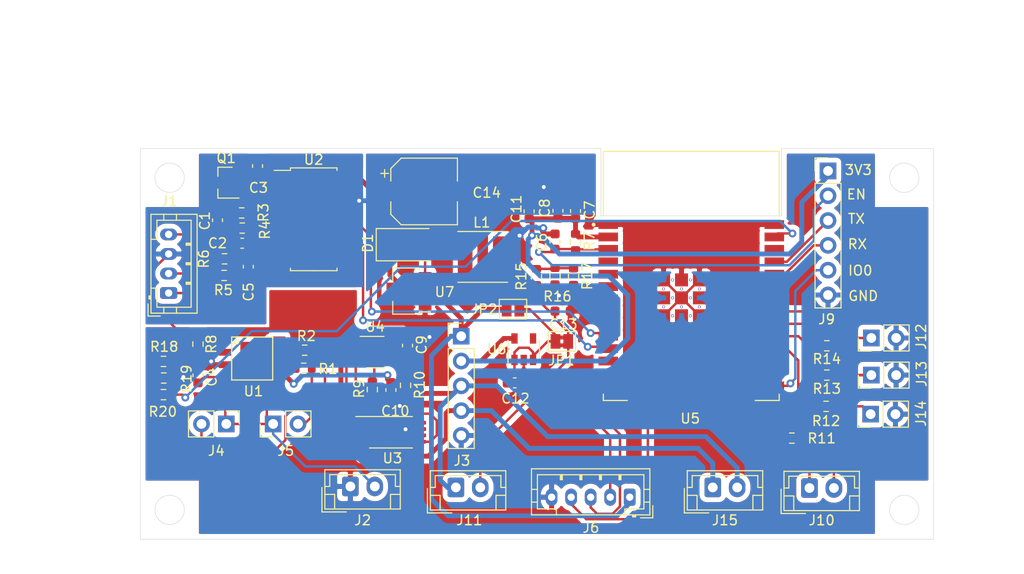
<source format=kicad_pcb>
(kicad_pcb (version 20171130) (host pcbnew 5.1.7-a382d34a8~87~ubuntu18.04.1)
  (layers (0 F.Cu signal) (31 B.Cu signal) (34 B.Paste user) (35 F.Paste user) (36 B.SilkS user) (37 F.SilkS user) (38 B.Mask user) (39 F.Mask user) (44 Edge.Cuts user))
  (net 0 "")
  (net 1 GND)
  (net 2 "Net-(C1-Pad1)")
  (net 3 "Net-(C2-Pad2)")
  (net 4 +5V)
  (net 5 "Net-(C4-Pad1)")
  (net 6 "Net-(C5-Pad2)")
  (net 7 "Net-(C5-Pad1)")
  (net 8 "Net-(C9-Pad1)")
  (net 9 -BATT)
  (net 10 +BATT)
  (net 11 "Net-(C12-Pad1)")
  (net 12 VCC)
  (net 13 "Net-(D1-Pad2)")
  (net 14 "Net-(J1-Pad1)")
  (net 15 "Net-(J1-Pad2)")
  (net 16 "Net-(J4-Pad2)")
  (net 17 "Net-(J5-Pad2)")
  (net 18 "Net-(J9-Pad3)")
  (net 19 "Net-(J9-Pad4)")
  (net 20 "Net-(J9-Pad5)")
  (net 21 "Net-(J10-Pad2)")
  (net 22 "Net-(J10-Pad1)")
  (net 23 "Net-(J12-Pad1)")
  (net 24 "Net-(J13-Pad1)")
  (net 25 "Net-(J14-Pad1)")
  (net 26 "Net-(Q1-Pad2)")
  (net 27 "Net-(R1-Pad2)")
  (net 28 "Net-(R2-Pad1)")
  (net 29 "Net-(R3-Pad2)")
  (net 30 "Net-(R8-Pad1)")
  (net 31 "Net-(R9-Pad2)")
  (net 32 "Net-(R12-Pad1)")
  (net 33 "Net-(R13-Pad1)")
  (net 34 "Net-(R14-Pad1)")
  (net 35 "Net-(R15-Pad2)")
  (net 36 "Net-(R18-Pad2)")
  (net 37 "Net-(U2-Pad13)")
  (net 38 "Net-(U3-Pad1)")
  (net 39 "Net-(U3-Pad4)")
  (net 40 "Net-(U3-Pad5)")
  (net 41 "Net-(U4-Pad4)")
  (net 42 "Net-(U5-Pad15)")
  (net 43 "Net-(U5-Pad32)")
  (net 44 "Net-(U6-Pad4)")
  (net 45 /EN)
  (net 46 /3.3V)
  (net 47 /DISP_CLK)
  (net 48 /DISP_DATA)
  (net 49 /DISP_CS)
  (net 50 /MON)
  (net 51 /IN_CHRG)
  (net 52 /PD_SCK)
  (net 53 /DOUT)
  (net 54 "Net-(U5-Pad4)")
  (net 55 "Net-(U5-Pad5)")
  (net 56 "Net-(U5-Pad7)")
  (net 57 "Net-(U5-Pad8)")
  (net 58 "Net-(U5-Pad9)")
  (net 59 "Net-(U5-Pad12)")
  (net 60 "Net-(U5-Pad17)")
  (net 61 "Net-(U5-Pad18)")
  (net 62 "Net-(U5-Pad19)")
  (net 63 "Net-(U5-Pad20)")
  (net 64 "Net-(U5-Pad21)")
  (net 65 "Net-(U5-Pad22)")
  (net 66 "Net-(U5-Pad23)")
  (net 67 "Net-(U5-Pad24)")
  (net 68 "Net-(U5-Pad26)")
  (net 69 "Net-(U5-Pad27)")
  (net 70 "Net-(U5-Pad33)")
  (net 71 "Net-(U5-Pad36)")
  (module Connector_JST:JST_EH_B2B-EH-A_1x02_P2.50mm_Vertical (layer F.Cu) (at 138.2 99)
    (fp_text reference J15 (at 1.246 3.362) (layer F.SilkS))
    (fp_text value Conn_JST_PH)
    (pad 2 thru_hole oval (at 2.5 0) (size 1.7 2) (drill 1) (layers *.Cu *.Mask) (net 10 +BATT))
    (pad 1 thru_hole roundrect (at 0 0) (size 1.7 2) (drill 1) (layers *.Cu *.Mask) (roundrect_rratio 0.1470588235294118) (net 9 -BATT))
  )
  (module Connector_JST:JST_EH_B2B-EH-A_1x02_P2.50mm_Vertical (layer F.Cu) (at 111.9 99)
    (fp_text reference J11 (at 1.384 3.362) (layer F.SilkS))
    (fp_text value Conn_JST_PH)
    (pad 2 thru_hole oval (at 2.5 0) (size 1.7 2) (drill 1) (layers *.Cu *.Mask) (net 12 VCC))
    (pad 1 thru_hole roundrect (at 0 0) (size 1.7 2) (drill 1) (layers *.Cu *.Mask) (roundrect_rratio 0.1470588235294118) (net 10 +BATT))
  )
  (module Connector_JST:JST_EH_B2B-EH-A_1x02_P2.50mm_Vertical (layer F.Cu) (at 148.1 99.06)
    (fp_text reference J10 (at 1.252 3.308) (layer F.SilkS))
    (fp_text value Conn_JST_PH)
    (pad 2 thru_hole oval (at 2.5 0) (size 1.7 2) (drill 1) (layers *.Cu *.Mask) (net 21 "Net-(J10-Pad2)"))
    (pad 1 thru_hole roundrect (at 0 0) (size 1.7 2) (drill 1) (layers *.Cu *.Mask) (roundrect_rratio 0.1470588235294118) (net 22 "Net-(J10-Pad1)"))
  )
  (module Connector_JST:JST_PH_B5B-PH-K_1x05_P2.00mm_Vertical (layer F.Cu) (at 129.7 100 180)
    (fp_text reference J6 (at 3.97 -3.124) (layer F.SilkS))
    (fp_text value Conn_JST_PH)
    (pad 5 thru_hole oval (at 8 0 180) (size 1.2 1.75) (drill 0.75) (layers *.Cu *.Mask) (net 1 GND))
    (pad 4 thru_hole oval (at 6 0 180) (size 1.2 1.75) (drill 0.75) (layers *.Cu *.Mask) (net 49 /DISP_CS))
    (pad 3 thru_hole oval (at 4 0 180) (size 1.2 1.75) (drill 0.75) (layers *.Cu *.Mask) (net 48 /DISP_DATA))
    (pad 2 thru_hole oval (at 2 0 180) (size 1.2 1.75) (drill 0.75) (layers *.Cu *.Mask) (net 47 /DISP_CLK))
    (pad 1 thru_hole roundrect (at 0 0 180) (size 1.2 1.75) (drill 0.75) (layers *.Cu *.Mask) (roundrect_rratio 0.2083325) (net 4 +5V))
  )
  (module Connector_JST:JST_EH_B2B-EH-A_1x02_P2.50mm_Vertical (layer F.Cu) (at 101.1 98.9)
    (fp_text reference J2 (at 1.262 3.462) (layer F.SilkS))
    (fp_text value Conn_JST_PH)
    (pad 2 thru_hole oval (at 2.5 0) (size 1.7 2) (drill 1) (layers *.Cu *.Mask) (net 5 "Net-(C4-Pad1)"))
    (pad 1 thru_hole roundrect (at 0 0) (size 1.7 2) (drill 1) (layers *.Cu *.Mask) (roundrect_rratio 0.1470588235294118) (net 1 GND))
  )
  (module Connector_JST:JST_PH_B4B-PH-K_1x04_P2.00mm_Vertical (layer F.Cu) (at 82.5 79.1 90)
    (fp_text reference J1 (at 9.4 0.05 180) (layer F.SilkS))
    (fp_text value Conn_JST_PH)
    (pad 4 thru_hole oval (at 6 0 90) (size 1.2 1.75) (drill 0.75) (layers *.Cu *.Mask) (net 2 "Net-(C1-Pad1)"))
    (pad 3 thru_hole oval (at 4 0 90) (size 1.2 1.75) (drill 0.75) (layers *.Cu *.Mask) (net 1 GND))
    (pad 2 thru_hole oval (at 2 0 90) (size 1.2 1.75) (drill 0.75) (layers *.Cu *.Mask) (net 15 "Net-(J1-Pad2)"))
    (pad 1 thru_hole roundrect (at 0 0 90) (size 1.2 1.75) (drill 0.75) (layers *.Cu *.Mask) (roundrect_rratio 0.2083325) (net 14 "Net-(J1-Pad1)"))
  )
  (module Capacitor_SMD:C_0603_1608Metric (layer F.Cu) (at 87.5 71.65 270)
    (fp_text reference C1 (at 0.05 1.3 270) (layer F.SilkS))
    (fp_text value 10uF)
    (pad 2 smd roundrect (at 0.775 0 270) (size 0.9 0.95) (layers F.Cu F.Paste F.Mask) (net 1 GND))
    (pad 1 smd roundrect (at -0.775 0 270) (size 0.9 0.95) (layers F.Cu F.Paste F.Mask) (net 2 "Net-(C1-Pad1)"))
  )
  (module Capacitor_SMD:C_0603_1608Metric (layer F.Cu) (at 90.025 74)
    (fp_text reference C2 (at -2.525 0) (layer F.SilkS))
    (fp_text value 0.1uF)
    (pad 1 smd roundrect (at -0.775 0) (size 0.9 0.95) (layers F.Cu F.Paste F.Mask) (net 1 GND))
    (pad 2 smd roundrect (at 0.775 0) (size 0.9 0.95) (layers F.Cu F.Paste F.Mask) (net 3 "Net-(C2-Pad2)"))
  )
  (module Capacitor_SMD:C_0603_1608Metric (layer F.Cu) (at 91.6 66.1 90)
    (fp_text reference C3 (at -2.226 0.094 180) (layer F.SilkS))
    (fp_text value 10uF)
    (pad 1 smd roundrect (at -0.775 0 90) (size 0.9 0.95) (layers F.Cu F.Paste F.Mask) (net 4 +5V))
    (pad 2 smd roundrect (at 0.775 0 90) (size 0.9 0.95) (layers F.Cu F.Paste F.Mask) (net 1 GND))
  )
  (module Capacitor_SMD:C_0603_1608Metric (layer F.Cu) (at 85.5 87.525 90)
    (fp_text reference C4 (at -0.175 1.4 270) (layer F.SilkS))
    (fp_text value 0.1uF)
    (pad 1 smd roundrect (at -0.775 0 90) (size 0.9 0.95) (layers F.Cu F.Paste F.Mask) (net 5 "Net-(C4-Pad1)"))
    (pad 2 smd roundrect (at 0.775 0 90) (size 0.9 0.95) (layers F.Cu F.Paste F.Mask) (net 1 GND))
  )
  (module Capacitor_SMD:C_0603_1608Metric (layer F.Cu) (at 90.65 76.4 270)
    (fp_text reference C5 (at 2.594 -0.028 90) (layer F.SilkS))
    (fp_text value 0.1uF)
    (pad 2 smd roundrect (at 0.775 0 270) (size 0.9 0.95) (layers F.Cu F.Paste F.Mask) (net 6 "Net-(C5-Pad2)"))
    (pad 1 smd roundrect (at -0.775 0 270) (size 0.9 0.95) (layers F.Cu F.Paste F.Mask) (net 7 "Net-(C5-Pad1)"))
  )
  (module Capacitor_SMD:C_0603_1608Metric (layer F.Cu) (at 122.05 73.825 90)
    (fp_text reference C6 (at -0.075 -1.35 270) (layer F.SilkS))
    (fp_text value 1nF)
    (pad 1 smd roundrect (at -0.775 0 90) (size 0.9 0.95) (layers F.Cu F.Paste F.Mask) (net 45 /EN))
    (pad 2 smd roundrect (at 0.775 0 90) (size 0.9 0.95) (layers F.Cu F.Paste F.Mask) (net 1 GND))
  )
  (module Capacitor_SMD:C_0603_1608Metric (layer F.Cu) (at 124.15 70.7 90)
    (fp_text reference C7 (at 0.1 1.45 270) (layer F.SilkS))
    (fp_text value 0.1uF)
    (pad 2 smd roundrect (at 0.775 0 90) (size 0.9 0.95) (layers F.Cu F.Paste F.Mask) (net 1 GND))
    (pad 1 smd roundrect (at -0.775 0 90) (size 0.9 0.95) (layers F.Cu F.Paste F.Mask) (net 46 /3.3V))
  )
  (module Capacitor_SMD:C_0603_1608Metric (layer F.Cu) (at 122.35 70.675 90)
    (fp_text reference C8 (at 0.275 -1.35 270) (layer F.SilkS))
    (fp_text value 10uF)
    (pad 1 smd roundrect (at -0.775 0 90) (size 0.9 0.95) (layers F.Cu F.Paste F.Mask) (net 46 /3.3V))
    (pad 2 smd roundrect (at 0.775 0 90) (size 0.9 0.95) (layers F.Cu F.Paste F.Mask) (net 1 GND))
  )
  (module Capacitor_SMD:C_0603_1608Metric (layer F.Cu) (at 106.95 84.475 90)
    (fp_text reference C9 (at 0.075 1.45 270) (layer F.SilkS))
    (fp_text value 0.1uF)
    (pad 1 smd roundrect (at -0.775 0 90) (size 0.9 0.95) (layers F.Cu F.Paste F.Mask) (net 8 "Net-(C9-Pad1)"))
    (pad 2 smd roundrect (at 0.775 0 90) (size 0.9 0.95) (layers F.Cu F.Paste F.Mask) (net 9 -BATT))
  )
  (module Capacitor_SMD:C_0603_1608Metric (layer F.Cu) (at 105.25 89.025 270)
    (fp_text reference C10 (at 2.161 -0.45 180) (layer F.SilkS))
    (fp_text value 10uF)
    (pad 2 smd roundrect (at 0.775 0 270) (size 0.9 0.95) (layers F.Cu F.Paste F.Mask) (net 1 GND))
    (pad 1 smd roundrect (at -0.775 0 270) (size 0.9 0.95) (layers F.Cu F.Paste F.Mask) (net 10 +BATT))
  )
  (module Capacitor_SMD:C_0603_1608Metric (layer F.Cu) (at 119.4 70.725 90)
    (fp_text reference C11 (at 0.225 -1.3 270) (layer F.SilkS))
    (fp_text value 1uF)
    (pad 2 smd roundrect (at 0.775 0 90) (size 0.9 0.95) (layers F.Cu F.Paste F.Mask) (net 1 GND))
    (pad 1 smd roundrect (at -0.775 0 90) (size 0.9 0.95) (layers F.Cu F.Paste F.Mask) (net 46 /3.3V))
  )
  (module Capacitor_SMD:C_0603_1608Metric (layer F.Cu) (at 117.925 88.3)
    (fp_text reference C12 (at 0.075 1.6) (layer F.SilkS))
    (fp_text value 1uF)
    (pad 2 smd roundrect (at 0.775 0) (size 0.9 0.95) (layers F.Cu F.Paste F.Mask) (net 1 GND))
    (pad 1 smd roundrect (at -0.775 0) (size 0.9 0.95) (layers F.Cu F.Paste F.Mask) (net 11 "Net-(C12-Pad1)"))
  )
  (module Capacitor_SMD:C_0603_1608Metric (layer F.Cu) (at 122.825 80.95)
    (fp_text reference C13 (at 0.075 1.35 180) (layer F.SilkS))
    (fp_text value 0.1uF)
    (pad 1 smd roundrect (at -0.775 0) (size 0.9 0.95) (layers F.Cu F.Paste F.Mask) (net 12 VCC))
    (pad 2 smd roundrect (at 0.775 0) (size 0.9 0.95) (layers F.Cu F.Paste F.Mask) (net 1 GND))
  )
  (module Capacitor_SMD:CP_Elec_6.3x5.4 (layer F.Cu) (at 108.65 68.7)
    (fp_text reference C14 (at 6.412 0.134 180) (layer F.SilkS))
    (fp_text value 100uF)
    (pad 1 smd roundrect (at -2.8 0) (size 3.5 1.6) (layers F.Cu F.Paste F.Mask) (roundrect_rratio 0.15625) (net 4 +5V))
    (pad 2 smd roundrect (at 2.8 0) (size 3.5 1.6) (layers F.Cu F.Paste F.Mask) (roundrect_rratio 0.15625) (net 1 GND))
  )
  (module Connector_PinHeader_2.54mm:PinHeader_1x05_P2.54mm_Vertical (layer F.Cu) (at 112.45 83.52)
    (fp_text reference J3 (at 0.072 12.746) (layer F.SilkS))
    (fp_text value Conn_01x5_Female_2.54mm)
    (pad 1 thru_hole rect (at 0 0) (size 1.7 1.7) (drill 1) (layers *.Cu *.Mask) (net 4 +5V))
    (pad 2 thru_hole oval (at 0 2.54) (size 1.7 1.7) (drill 1) (layers *.Cu *.Mask) (net 46 /3.3V))
    (pad 3 thru_hole oval (at 0 5.08) (size 1.7 1.7) (drill 1) (layers *.Cu *.Mask) (net 10 +BATT))
    (pad 4 thru_hole oval (at 0 7.62) (size 1.7 1.7) (drill 1) (layers *.Cu *.Mask) (net 9 -BATT))
    (pad 5 thru_hole oval (at 0 10.16) (size 1.7 1.7) (drill 1) (layers *.Cu *.Mask) (net 1 GND))
  )
  (module Connector_PinHeader_2.54mm:PinHeader_1x02_P2.54mm_Vertical (layer F.Cu) (at 88.4 92.5 270)
    (fp_text reference J4 (at 2.75 1.024 180) (layer F.SilkS))
    (fp_text value LED_Conn_2.54mm)
    (pad 1 thru_hole rect (at 0 0 270) (size 1.7 1.7) (drill 1) (layers *.Cu *.Mask) (net 5 "Net-(C4-Pad1)"))
    (pad 2 thru_hole oval (at 0 2.54 270) (size 1.7 1.7) (drill 1) (layers *.Cu *.Mask) (net 16 "Net-(J4-Pad2)"))
  )
  (module Connector_PinHeader_2.54mm:PinHeader_1x02_P2.54mm_Vertical (layer F.Cu) (at 93.2 92.5 90)
    (fp_text reference J5 (at -2.75 1.288 180) (layer F.SilkS))
    (fp_text value LED_Conn_2.54mm)
    (pad 1 thru_hole rect (at 0 0 90) (size 1.7 1.7) (drill 1) (layers *.Cu *.Mask) (net 5 "Net-(C4-Pad1)"))
    (pad 2 thru_hole oval (at 0 2.54 90) (size 1.7 1.7) (drill 1) (layers *.Cu *.Mask) (net 17 "Net-(J5-Pad2)"))
  )
  (module Connector_PinHeader_2.54mm:PinHeader_1x06_P2.54mm_Vertical (layer F.Cu) (at 150 66.6)
    (fp_text reference J9 (at -0.14 15.188) (layer F.SilkS))
    (fp_text value Conn_01x06_Female_2.54mm)
    (pad 1 thru_hole rect (at 0 0) (size 1.7 1.7) (drill 1) (layers *.Cu *.Mask) (net 46 /3.3V))
    (pad 2 thru_hole oval (at 0 2.54) (size 1.7 1.7) (drill 1) (layers *.Cu *.Mask) (net 45 /EN))
    (pad 3 thru_hole oval (at 0 5.08) (size 1.7 1.7) (drill 1) (layers *.Cu *.Mask) (net 18 "Net-(J9-Pad3)"))
    (pad 4 thru_hole oval (at 0 7.62) (size 1.7 1.7) (drill 1) (layers *.Cu *.Mask) (net 19 "Net-(J9-Pad4)"))
    (pad 5 thru_hole oval (at 0 10.16) (size 1.7 1.7) (drill 1) (layers *.Cu *.Mask) (net 20 "Net-(J9-Pad5)"))
    (pad 6 thru_hole oval (at 0 12.7) (size 1.7 1.7) (drill 1) (layers *.Cu *.Mask) (net 1 GND))
  )
  (module Connector_PinHeader_2.54mm:PinHeader_1x02_P2.54mm_Vertical (layer F.Cu) (at 154.432 83.7 90)
    (fp_text reference J12 (at 0.134 5.098 270) (layer F.SilkS))
    (fp_text value LED_Conn_2.54mm)
    (pad 2 thru_hole oval (at 0 2.54 90) (size 1.7 1.7) (drill 1) (layers *.Cu *.Mask) (net 1 GND))
    (pad 1 thru_hole rect (at 0 0 90) (size 1.7 1.7) (drill 1) (layers *.Cu *.Mask) (net 23 "Net-(J12-Pad1)"))
  )
  (module Connector_PinHeader_2.54mm:PinHeader_1x02_P2.54mm_Vertical (layer F.Cu) (at 154.432 87.5 90)
    (fp_text reference J13 (at 0.124 5.14 270) (layer F.SilkS))
    (fp_text value LED_Conn_2.54mm)
    (pad 1 thru_hole rect (at 0 0 90) (size 1.7 1.7) (drill 1) (layers *.Cu *.Mask) (net 24 "Net-(J13-Pad1)"))
    (pad 2 thru_hole oval (at 0 2.54 90) (size 1.7 1.7) (drill 1) (layers *.Cu *.Mask) (net 1 GND))
  )
  (module Connector_PinHeader_2.54mm:PinHeader_1x02_P2.54mm_Vertical (layer F.Cu) (at 154.36 91.5 90)
    (fp_text reference J14 (at 0.06 5.152 270) (layer F.SilkS))
    (fp_text value LED_Conn_2.54mm)
    (pad 2 thru_hole oval (at 0 2.54 90) (size 1.7 1.7) (drill 1) (layers *.Cu *.Mask) (net 1 GND))
    (pad 1 thru_hole rect (at 0 0 90) (size 1.7 1.7) (drill 1) (layers *.Cu *.Mask) (net 25 "Net-(J14-Pad1)"))
  )
  (module Jumper:SolderJumper-2_P1.3mm_Bridged2Bar_Pad1.0x1.5mm (layer F.Cu) (at 122.75 84.05)
    (fp_text reference JP1 (at -0.05 1.95) (layer F.SilkS))
    (fp_text value SolderJumper_2_Bridged)
    (fp_poly (pts (xy -0.25 0.2) (xy 0.25 0.2) (xy 0.25 0.6) (xy -0.25 0.6)) (layer F.Cu) (width 0))
    (fp_poly (pts (xy -0.25 -0.6) (xy 0.25 -0.6) (xy 0.25 -0.2) (xy -0.25 -0.2)) (layer F.Cu) (width 0))
    (pad 1 smd rect (at -0.65 0) (size 1 1.5) (layers F.Cu F.Mask) (net 11 "Net-(C12-Pad1)"))
    (pad 2 smd rect (at 0.65 0) (size 1 1.5) (layers F.Cu F.Mask) (net 12 VCC))
  )
  (module Jumper:SolderJumper-2_P1.3mm_Open_Pad1.0x1.5mm (layer F.Cu) (at 117.75 80.75)
    (fp_text reference JP2 (at -2.95 0.022) (layer F.SilkS))
    (fp_text value SolderJumper_2_Open)
    (pad 2 smd rect (at 0.65 0) (size 1 1.5) (layers F.Cu F.Mask) (net 11 "Net-(C12-Pad1)"))
    (pad 1 smd rect (at -0.65 0) (size 1 1.5) (layers F.Cu F.Mask) (net 4 +5V))
  )
  (module Resistor_SMD:R_0603_1608Metric (layer F.Cu) (at 96.325 86.8 180)
    (fp_text reference R1 (at -2.481 -0.068) (layer F.SilkS))
    (fp_text value 1k)
    (pad 1 smd roundrect (at -0.825 0 180) (size 0.8 0.95) (layers F.Cu F.Paste F.Mask) (net 16 "Net-(J4-Pad2)"))
    (pad 2 smd roundrect (at 0.825 0 180) (size 0.8 0.95) (layers F.Cu F.Paste F.Mask) (net 27 "Net-(R1-Pad2)"))
  )
  (module Resistor_SMD:R_0603_1608Metric (layer F.Cu) (at 96.425 84.95)
    (fp_text reference R2 (at 0.175 -1.45) (layer F.SilkS))
    (fp_text value 1k)
    (pad 1 smd roundrect (at -0.825 0) (size 0.8 0.95) (layers F.Cu F.Paste F.Mask) (net 28 "Net-(R2-Pad1)"))
    (pad 2 smd roundrect (at 0.825 0) (size 0.8 0.95) (layers F.Cu F.Paste F.Mask) (net 17 "Net-(J5-Pad2)"))
  )
  (module Resistor_SMD:R_0603_1608Metric (layer F.Cu) (at 89.975 70.9)
    (fp_text reference R3 (at 2.227 -0.034 90) (layer F.SilkS))
    (fp_text value 20k)
    (pad 1 smd roundrect (at -0.825 0) (size 0.8 0.95) (layers F.Cu F.Paste F.Mask) (net 2 "Net-(C1-Pad1)"))
    (pad 2 smd roundrect (at 0.825 0) (size 0.8 0.95) (layers F.Cu F.Paste F.Mask) (net 29 "Net-(R3-Pad2)"))
  )
  (module Resistor_SMD:R_0603_1608Metric (layer F.Cu) (at 90.025 72.45 180)
    (fp_text reference R4 (at -2.325 -0.194 90) (layer F.SilkS))
    (fp_text value 8.2k)
    (pad 2 smd roundrect (at 0.825 0 180) (size 0.8 0.95) (layers F.Cu F.Paste F.Mask) (net 1 GND))
    (pad 1 smd roundrect (at -0.825 0 180) (size 0.8 0.95) (layers F.Cu F.Paste F.Mask) (net 29 "Net-(R3-Pad2)"))
  )
  (module Resistor_SMD:R_0603_1608Metric (layer F.Cu) (at 88.175 77.3)
    (fp_text reference R5 (at -0.075 1.5) (layer F.SilkS))
    (fp_text value 100R)
    (pad 1 smd roundrect (at -0.825 0) (size 0.8 0.95) (layers F.Cu F.Paste F.Mask) (net 14 "Net-(J1-Pad1)"))
    (pad 2 smd roundrect (at 0.825 0) (size 0.8 0.95) (layers F.Cu F.Paste F.Mask) (net 6 "Net-(C5-Pad2)"))
  )
  (module Resistor_SMD:R_0603_1608Metric (layer F.Cu) (at 88.225 75.6)
    (fp_text reference R6 (at -2.125 0 90) (layer F.SilkS))
    (fp_text value 100R)
    (pad 2 smd roundrect (at 0.825 0) (size 0.8 0.95) (layers F.Cu F.Paste F.Mask) (net 7 "Net-(C5-Pad1)"))
    (pad 1 smd roundrect (at -0.825 0) (size 0.8 0.95) (layers F.Cu F.Paste F.Mask) (net 15 "Net-(J1-Pad2)"))
  )
  (module Resistor_SMD:R_0603_1608Metric (layer F.Cu) (at 124.15 73.875 270)
    (fp_text reference R7 (at -0.075 -1.43 90) (layer F.SilkS))
    (fp_text value 10k)
    (pad 1 smd roundrect (at -0.825 0 270) (size 0.8 0.95) (layers F.Cu F.Paste F.Mask) (net 46 /3.3V))
    (pad 2 smd roundrect (at 0.825 0 270) (size 0.8 0.95) (layers F.Cu F.Paste F.Mask) (net 45 /EN))
  )
  (module Resistor_SMD:R_0603_1608Metric (layer F.Cu) (at 85.5 84.325 90)
    (fp_text reference R8 (at -0.003 1.368 270) (layer F.SilkS))
    (fp_text value 1.2k)
    (pad 2 smd roundrect (at 0.825 0 90) (size 0.8 0.95) (layers F.Cu F.Paste F.Mask) (net 1 GND))
    (pad 1 smd roundrect (at -0.825 0 90) (size 0.8 0.95) (layers F.Cu F.Paste F.Mask) (net 30 "Net-(R8-Pad1)"))
  )
  (module Resistor_SMD:R_0603_1608Metric (layer F.Cu) (at 103.35 88.975 90)
    (fp_text reference R9 (at 0.075 -1.35 270) (layer F.SilkS))
    (fp_text value 1k)
    (pad 2 smd roundrect (at 0.825 0 90) (size 0.8 0.95) (layers F.Cu F.Paste F.Mask) (net 31 "Net-(R9-Pad2)"))
    (pad 1 smd roundrect (at -0.825 0 90) (size 0.8 0.95) (layers F.Cu F.Paste F.Mask) (net 1 GND))
  )
  (module Resistor_SMD:R_0603_1608Metric (layer F.Cu) (at 106.75 88.55 270)
    (fp_text reference R10 (at -0.05 -1.45 270) (layer F.SilkS))
    (fp_text value 100R)
    (pad 1 smd roundrect (at -0.825 0 270) (size 0.8 0.95) (layers F.Cu F.Paste F.Mask) (net 8 "Net-(C9-Pad1)"))
    (pad 2 smd roundrect (at 0.825 0 270) (size 0.8 0.95) (layers F.Cu F.Paste F.Mask) (net 10 +BATT))
  )
  (module Resistor_SMD:R_0603_1608Metric (layer F.Cu) (at 146.3 93.95 180)
    (fp_text reference R11 (at -3.052 -0.03) (layer F.SilkS))
    (fp_text value 1k)
    (pad 2 smd roundrect (at 0.825 0 180) (size 0.8 0.95) (layers F.Cu F.Paste F.Mask) (net 1 GND))
    (pad 1 smd roundrect (at -0.825 0 180) (size 0.8 0.95) (layers F.Cu F.Paste F.Mask) (net 22 "Net-(J10-Pad1)"))
  )
  (module Resistor_SMD:R_0603_1608Metric (layer F.Cu) (at 149.8 90.7)
    (fp_text reference R12 (at 0 1.502) (layer F.SilkS))
    (fp_text value 1k)
    (pad 2 smd roundrect (at 0.825 0) (size 0.8 0.95) (layers F.Cu F.Paste F.Mask) (net 25 "Net-(J14-Pad1)"))
    (pad 1 smd roundrect (at -0.825 0) (size 0.8 0.95) (layers F.Cu F.Paste F.Mask) (net 32 "Net-(R12-Pad1)"))
  )
  (module Resistor_SMD:R_0603_1608Metric (layer F.Cu) (at 149.875 87.5)
    (fp_text reference R13 (at 0 1.4) (layer F.SilkS))
    (fp_text value 1k)
    (pad 2 smd roundrect (at 0.825 0) (size 0.8 0.95) (layers F.Cu F.Paste F.Mask) (net 24 "Net-(J13-Pad1)"))
    (pad 1 smd roundrect (at -0.825 0) (size 0.8 0.95) (layers F.Cu F.Paste F.Mask) (net 33 "Net-(R13-Pad1)"))
  )
  (module Resistor_SMD:R_0603_1608Metric (layer F.Cu) (at 149.875 84.5)
    (fp_text reference R14 (at 0 1.352) (layer F.SilkS))
    (fp_text value 1k)
    (pad 2 smd roundrect (at 0.825 0) (size 0.8 0.95) (layers F.Cu F.Paste F.Mask) (net 23 "Net-(J12-Pad1)"))
    (pad 1 smd roundrect (at -0.825 0) (size 0.8 0.95) (layers F.Cu F.Paste F.Mask) (net 34 "Net-(R14-Pad1)"))
  )
  (module Resistor_SMD:R_0603_1608Metric (layer F.Cu) (at 120.15 77.45 90)
    (fp_text reference R15 (at 0.05 -1.55 270) (layer F.SilkS))
    (fp_text value 10k)
    (pad 1 smd roundrect (at -0.825 0 90) (size 0.8 0.95) (layers F.Cu F.Paste F.Mask) (net 12 VCC))
    (pad 2 smd roundrect (at 0.825 0 90) (size 0.8 0.95) (layers F.Cu F.Paste F.Mask) (net 35 "Net-(R15-Pad2)"))
  )
  (module Resistor_SMD:R_0603_1608Metric (layer F.Cu) (at 122.05 77.375 270)
    (fp_text reference R16 (at 2.075 -0.25 180) (layer F.SilkS))
    (fp_text value 20k)
    (pad 2 smd roundrect (at 0.825 0 270) (size 0.8 0.95) (layers F.Cu F.Paste F.Mask) (net 1 GND))
    (pad 1 smd roundrect (at -0.825 0 270) (size 0.8 0.95) (layers F.Cu F.Paste F.Mask) (net 35 "Net-(R15-Pad2)"))
  )
  (module Resistor_SMD:R_0603_1608Metric (layer F.Cu) (at 123.95 77.425 270)
    (fp_text reference R17 (at -0.075 -1.4 90) (layer F.SilkS))
    (fp_text value 1k)
    (pad 1 smd roundrect (at -0.825 0 270) (size 0.8 0.95) (layers F.Cu F.Paste F.Mask) (net 35 "Net-(R15-Pad2)"))
    (pad 2 smd roundrect (at 0.825 0 270) (size 0.8 0.95) (layers F.Cu F.Paste F.Mask) (net 50 /MON))
  )
  (module Resistor_SMD:R_0603_1608Metric (layer F.Cu) (at 81.975 86.1 180)
    (fp_text reference R18 (at -0.067 1.5) (layer F.SilkS))
    (fp_text value 10k)
    (pad 1 smd roundrect (at -0.825 0 180) (size 0.8 0.95) (layers F.Cu F.Paste F.Mask) (net 5 "Net-(C4-Pad1)"))
    (pad 2 smd roundrect (at 0.825 0 180) (size 0.8 0.95) (layers F.Cu F.Paste F.Mask) (net 36 "Net-(R18-Pad2)"))
  )
  (module Resistor_SMD:R_0603_1608Metric (layer F.Cu) (at 82 87.8)
    (fp_text reference R19 (at 2.328 0.084 270) (layer F.SilkS))
    (fp_text value 20k)
    (pad 2 smd roundrect (at 0.825 0) (size 0.8 0.95) (layers F.Cu F.Paste F.Mask) (net 1 GND))
    (pad 1 smd roundrect (at -0.825 0) (size 0.8 0.95) (layers F.Cu F.Paste F.Mask) (net 36 "Net-(R18-Pad2)"))
  )
  (module Resistor_SMD:R_0603_1608Metric (layer F.Cu) (at 81.975 89.5)
    (fp_text reference R20 (at -0.075 1.75) (layer F.SilkS))
    (fp_text value 1k)
    (pad 1 smd roundrect (at -0.825 0) (size 0.8 0.95) (layers F.Cu F.Paste F.Mask) (net 36 "Net-(R18-Pad2)"))
    (pad 2 smd roundrect (at 0.825 0) (size 0.8 0.95) (layers F.Cu F.Paste F.Mask) (net 51 /IN_CHRG))
  )
  (module single_scale:SOP-8 (layer F.Cu) (at 91.05 85.8)
    (fp_text reference U1 (at 0.136 3.354) (layer F.SilkS) (effects (font (size 1.000283 1.000283))))
    (fp_text value TP4056IC)
    (fp_poly (pts (xy -1.20026 -1.7) (xy 1.2 -1.7) (xy 1.2 1.70037) (xy -1.20026 1.70037)) (layer F.Cu) (width 0.01))
    (pad 7 smd rect (at 2.75 -0.635) (size 1.3 0.7) (layers F.Cu F.Paste F.Mask) (net 28 "Net-(R2-Pad1)"))
    (pad 8 smd rect (at 2.75 -1.905) (size 1.3 0.7) (layers F.Cu F.Paste F.Mask) (net 5 "Net-(C4-Pad1)"))
    (pad 6 smd rect (at 2.75 0.635) (size 1.3 0.7) (layers F.Cu F.Paste F.Mask) (net 27 "Net-(R1-Pad2)"))
    (pad 5 smd rect (at 2.75 1.905) (size 1.3 0.7) (layers F.Cu F.Paste F.Mask) (net 10 +BATT))
    (pad 2 smd rect (at -2.75 -0.635) (size 1.3 0.7) (layers F.Cu F.Paste F.Mask) (net 30 "Net-(R8-Pad1)"))
    (pad 1 smd rect (at -2.75 -1.905) (size 1.3 0.7) (layers F.Cu F.Paste F.Mask) (net 1 GND))
    (pad 3 smd rect (at -2.75 0.635) (size 1.3 0.7) (layers F.Cu F.Paste F.Mask) (net 1 GND))
    (pad 4 smd rect (at -2.75 1.905) (size 1.3 0.7) (layers F.Cu F.Paste F.Mask) (net 5 "Net-(C4-Pad1)"))
  )
  (module Package_SO:SOP-16_4.55x10.3mm_P1.27mm (layer F.Cu) (at 97.35 71.55)
    (fp_text reference U2 (at 0 -6.1) (layer F.SilkS))
    (fp_text value HX711IC)
    (pad 1 smd roundrect (at -3.25 -4.445) (size 1.6 0.6) (layers F.Cu F.Paste F.Mask) (net 4 +5V))
    (pad 2 smd roundrect (at -3.25 -3.175) (size 1.6 0.6) (layers F.Cu F.Paste F.Mask) (net 26 "Net-(Q1-Pad2)"))
    (pad 3 smd roundrect (at -3.25 -1.905) (size 1.6 0.6) (layers F.Cu F.Paste F.Mask) (net 2 "Net-(C1-Pad1)"))
    (pad 4 smd roundrect (at -3.25 -0.635) (size 1.6 0.6) (layers F.Cu F.Paste F.Mask) (net 29 "Net-(R3-Pad2)"))
    (pad 5 smd roundrect (at -3.25 0.635) (size 1.6 0.6) (layers F.Cu F.Paste F.Mask) (net 1 GND))
    (pad 6 smd roundrect (at -3.25 1.905) (size 1.6 0.6) (layers F.Cu F.Paste F.Mask) (net 3 "Net-(C2-Pad2)"))
    (pad 7 smd roundrect (at -3.25 3.175) (size 1.6 0.6) (layers F.Cu F.Paste F.Mask) (net 7 "Net-(C5-Pad1)"))
    (pad 8 smd roundrect (at -3.25 4.445) (size 1.6 0.6) (layers F.Cu F.Paste F.Mask) (net 6 "Net-(C5-Pad2)"))
    (pad 9 smd roundrect (at 3.25 4.445) (size 1.6 0.6) (layers F.Cu F.Paste F.Mask) (net 1 GND))
    (pad 10 smd roundrect (at 3.25 3.175) (size 1.6 0.6) (layers F.Cu F.Paste F.Mask) (net 1 GND))
    (pad 11 smd roundrect (at 3.25 1.905) (size 1.6 0.6) (layers F.Cu F.Paste F.Mask) (net 52 /PD_SCK))
    (pad 12 smd roundrect (at 3.25 0.635) (size 1.6 0.6) (layers F.Cu F.Paste F.Mask) (net 53 /DOUT))
    (pad 13 smd roundrect (at 3.25 -0.635) (size 1.6 0.6) (layers F.Cu F.Paste F.Mask) (net 37 "Net-(U2-Pad13)"))
    (pad 14 smd roundrect (at 3.25 -1.905) (size 1.6 0.6) (layers F.Cu F.Paste F.Mask) (net 1 GND))
    (pad 15 smd roundrect (at 3.25 -3.175) (size 1.6 0.6) (layers F.Cu F.Paste F.Mask) (net 1 GND))
    (pad 16 smd roundrect (at 3.25 -4.445) (size 1.6 0.6) (layers F.Cu F.Paste F.Mask) (net 4 +5V))
  )
  (module Package_SO:TSSOP-8_4.4x3mm_P0.65mm (layer F.Cu) (at 105.25 93.35)
    (fp_text reference U3 (at 0.16 2.662) (layer F.SilkS))
    (fp_text value FS8205A)
    (pad 1 smd roundrect (at -2.8625 -0.975) (size 1.475 0.4) (layers F.Cu F.Paste F.Mask) (net 38 "Net-(U3-Pad1)"))
    (pad 2 smd roundrect (at -2.8625 -0.325) (size 1.475 0.4) (layers F.Cu F.Paste F.Mask) (net 9 -BATT))
    (pad 3 smd roundrect (at -2.8625 0.325) (size 1.475 0.4) (layers F.Cu F.Paste F.Mask) (net 9 -BATT))
    (pad 4 smd roundrect (at -2.8625 0.975) (size 1.475 0.4) (layers F.Cu F.Paste F.Mask) (net 39 "Net-(U3-Pad4)"))
    (pad 5 smd roundrect (at 2.8625 0.975) (size 1.475 0.4) (layers F.Cu F.Paste F.Mask) (net 40 "Net-(U3-Pad5)"))
    (pad 6 smd roundrect (at 2.8625 0.325) (size 1.475 0.4) (layers F.Cu F.Paste F.Mask) (net 1 GND))
    (pad 7 smd roundrect (at 2.8625 -0.325) (size 1.475 0.4) (layers F.Cu F.Paste F.Mask) (net 1 GND))
    (pad 8 smd roundrect (at 2.8625 -0.975) (size 1.475 0.4) (layers F.Cu F.Paste F.Mask) (net 38 "Net-(U3-Pad1)"))
  )
  (module Package_TO_SOT_SMD:SOT-23-6 (layer F.Cu) (at 103.65 85.15)
    (fp_text reference U4 (at -0.018 -2.6) (layer F.SilkS))
    (fp_text value DW01A)
    (pad 1 smd rect (at -1.1 -0.95) (size 1.06 0.65) (layers F.Cu F.Paste F.Mask) (net 39 "Net-(U3-Pad4)"))
    (pad 2 smd rect (at -1.1 0) (size 1.06 0.65) (layers F.Cu F.Paste F.Mask) (net 31 "Net-(R9-Pad2)"))
    (pad 3 smd rect (at -1.1 0.95) (size 1.06 0.65) (layers F.Cu F.Paste F.Mask) (net 40 "Net-(U3-Pad5)"))
    (pad 4 smd rect (at 1.1 0.95) (size 1.06 0.65) (layers F.Cu F.Paste F.Mask) (net 41 "Net-(U4-Pad4)"))
    (pad 6 smd rect (at 1.1 -0.95) (size 1.06 0.65) (layers F.Cu F.Paste F.Mask) (net 9 -BATT))
    (pad 5 smd rect (at 1.1 0) (size 1.06 0.65) (layers F.Cu F.Paste F.Mask) (net 8 "Net-(C9-Pad1)"))
  )
  (module Package_TO_SOT_SMD:SOT-23-5 (layer F.Cu) (at 118.85 84.85 90)
    (fp_text reference U6 (at 0.014 -2.772 180) (layer F.SilkS))
    (fp_text value AP2112-3.3_LDO)
    (pad 1 smd rect (at -1.1 -0.95 90) (size 1.06 0.65) (layers F.Cu F.Paste F.Mask) (net 11 "Net-(C12-Pad1)"))
    (pad 2 smd rect (at -1.1 0 90) (size 1.06 0.65) (layers F.Cu F.Paste F.Mask) (net 1 GND))
    (pad 3 smd rect (at -1.1 0.95 90) (size 1.06 0.65) (layers F.Cu F.Paste F.Mask) (net 11 "Net-(C12-Pad1)"))
    (pad 4 smd rect (at 1.1 0.95 90) (size 1.06 0.65) (layers F.Cu F.Paste F.Mask) (net 44 "Net-(U6-Pad4)"))
    (pad 5 smd rect (at 1.1 -0.95 90) (size 1.06 0.65) (layers F.Cu F.Paste F.Mask) (net 46 /3.3V))
  )
  (module Package_TO_SOT_SMD:SOT-89-3 (layer F.Cu) (at 107.1 78.9 180)
    (fp_text reference U7 (at -3.644 -0.094) (layer F.SilkS))
    (fp_text value BL8530)
    (pad 1 smd rect (at -1.65 -1.5 180) (size 1.3 0.9) (layers F.Cu F.Paste F.Mask) (net 1 GND))
    (pad 3 smd rect (at -1.65 1.5 180) (size 1.3 0.9) (layers F.Cu F.Paste F.Mask) (net 13 "Net-(D1-Pad2)"))
    (pad 2 smd custom (at -1.5625 0 180) (size 1.475 0.9) (layers F.Cu F.Paste F.Mask) (net 4 +5V) (options (clearance outline) (anchor rect)) (primitives (gr_poly (pts (xy 0.7375 -0.8665) (xy 3.8625 -0.8665) (xy 3.8625 0.8665) (xy 0.7375 0.8665)) (width 0))))
  )
  (module single_scale:MODULE_ESP32-WROOM-32 (layer F.Cu) (at 136 77.35)
    (fp_text reference U5 (at -0.11 14.598) (layer F.SilkS))
    (fp_text value ESP-WROOM-32)
    (pad 1 smd rect (at -8.5 -5.26) (size 2 0.9) (layers F.Cu F.Paste F.Mask) (net 1 GND))
    (pad 2 smd rect (at -8.5 -3.99) (size 2 0.9) (layers F.Cu F.Paste F.Mask) (net 46 /3.3V))
    (pad 3 smd rect (at -8.5 -2.72) (size 2 0.9) (layers F.Cu F.Paste F.Mask) (net 45 /EN))
    (pad 4 smd rect (at -8.5 -1.45) (size 2 0.9) (layers F.Cu F.Paste F.Mask) (net 54 "Net-(U5-Pad4)"))
    (pad 5 smd rect (at -8.5 -0.18) (size 2 0.9) (layers F.Cu F.Paste F.Mask) (net 55 "Net-(U5-Pad5)"))
    (pad 6 smd rect (at -8.5 1.09) (size 2 0.9) (layers F.Cu F.Paste F.Mask) (net 50 /MON))
    (pad 7 smd rect (at -8.5 2.36) (size 2 0.9) (layers F.Cu F.Paste F.Mask) (net 56 "Net-(U5-Pad7)"))
    (pad 8 smd rect (at -8.5 3.63) (size 2 0.9) (layers F.Cu F.Paste F.Mask) (net 57 "Net-(U5-Pad8)"))
    (pad 9 smd rect (at -8.5 4.9) (size 2 0.9) (layers F.Cu F.Paste F.Mask) (net 58 "Net-(U5-Pad9)"))
    (pad 10 smd rect (at -8.5 6.17) (size 2 0.9) (layers F.Cu F.Paste F.Mask) (net 53 /DOUT))
    (pad 11 smd rect (at -8.5 7.44) (size 2 0.9) (layers F.Cu F.Paste F.Mask) (net 52 /PD_SCK))
    (pad 12 smd rect (at -8.5 8.71) (size 2 0.9) (layers F.Cu F.Paste F.Mask) (net 59 "Net-(U5-Pad12)"))
    (pad 13 smd rect (at -8.5 9.98) (size 2 0.9) (layers F.Cu F.Paste F.Mask) (net 47 /DISP_CLK))
    (pad 14 smd rect (at -8.5 11.25) (size 2 0.9) (layers F.Cu F.Paste F.Mask) (net 48 /DISP_DATA))
    (pad 15 smd rect (at -5.715 12.25) (size 0.9 2) (layers F.Cu F.Paste F.Mask) (net 42 "Net-(U5-Pad15)"))
    (pad 16 smd rect (at -4.445 12.25) (size 0.9 2) (layers F.Cu F.Paste F.Mask) (net 49 /DISP_CS))
    (pad 17 smd rect (at -3.175 12.25) (size 0.9 2) (layers F.Cu F.Paste F.Mask) (net 60 "Net-(U5-Pad17)"))
    (pad 18 smd rect (at -1.905 12.25) (size 0.9 2) (layers F.Cu F.Paste F.Mask) (net 61 "Net-(U5-Pad18)"))
    (pad 19 smd rect (at -0.635 12.25) (size 0.9 2) (layers F.Cu F.Paste F.Mask) (net 62 "Net-(U5-Pad19)"))
    (pad 20 smd rect (at 0.635 12.25) (size 0.9 2) (layers F.Cu F.Paste F.Mask) (net 63 "Net-(U5-Pad20)"))
    (pad 21 smd rect (at 1.905 12.25) (size 0.9 2) (layers F.Cu F.Paste F.Mask) (net 64 "Net-(U5-Pad21)"))
    (pad 22 smd rect (at 3.175 12.25) (size 0.9 2) (layers F.Cu F.Paste F.Mask) (net 65 "Net-(U5-Pad22)"))
    (pad 23 smd rect (at 4.445 12.25) (size 0.9 2) (layers F.Cu F.Paste F.Mask) (net 66 "Net-(U5-Pad23)"))
    (pad 24 smd rect (at 5.715 12.25) (size 0.9 2) (layers F.Cu F.Paste F.Mask) (net 67 "Net-(U5-Pad24)"))
    (pad 25 smd rect (at 8.5 11.25) (size 2 0.9) (layers F.Cu F.Paste F.Mask) (net 20 "Net-(J9-Pad5)"))
    (pad 26 smd rect (at 8.5 9.98) (size 2 0.9) (layers F.Cu F.Paste F.Mask) (net 68 "Net-(U5-Pad26)"))
    (pad 27 smd rect (at 8.5 8.71) (size 2 0.9) (layers F.Cu F.Paste F.Mask) (net 69 "Net-(U5-Pad27)"))
    (pad 28 smd rect (at 8.5 7.44) (size 2 0.9) (layers F.Cu F.Paste F.Mask) (net 21 "Net-(J10-Pad2)"))
    (pad 29 smd rect (at 8.5 6.17) (size 2 0.9) (layers F.Cu F.Paste F.Mask) (net 32 "Net-(R12-Pad1)"))
    (pad 30 smd rect (at 8.5 4.9) (size 2 0.9) (layers F.Cu F.Paste F.Mask) (net 33 "Net-(R13-Pad1)"))
    (pad 31 smd rect (at 8.5 3.63) (size 2 0.9) (layers F.Cu F.Paste F.Mask) (net 34 "Net-(R14-Pad1)"))
    (pad 32 smd rect (at 8.5 2.36) (size 2 0.9) (layers F.Cu F.Paste F.Mask) (net 43 "Net-(U5-Pad32)"))
    (pad 33 smd rect (at 8.5 1.09) (size 2 0.9) (layers F.Cu F.Paste F.Mask) (net 70 "Net-(U5-Pad33)"))
    (pad 34 smd rect (at 8.5 -0.18) (size 2 0.9) (layers F.Cu F.Paste F.Mask) (net 19 "Net-(J9-Pad4)"))
    (pad 35 smd rect (at 8.5 -1.45) (size 2 0.9) (layers F.Cu F.Paste F.Mask) (net 18 "Net-(J9-Pad3)"))
    (pad 36 smd rect (at 8.5 -2.72) (size 2 0.9) (layers F.Cu F.Paste F.Mask) (net 71 "Net-(U5-Pad36)"))
    (pad 37 smd rect (at 8.5 -3.99) (size 2 0.9) (layers F.Cu F.Paste F.Mask) (net 51 /IN_CHRG))
    (pad 38 smd rect (at 8.5 -5.26) (size 2 0.9) (layers F.Cu F.Paste F.Mask) (net 1 GND))
    (pad 39 smd rect (at -2.835 0.405) (size 1.33 1.33) (layers F.Cu F.Paste F.Mask) (net 1 GND))
    (pad 39 smd rect (at -1 0.405) (size 1.33 1.33) (layers F.Cu F.Paste F.Mask) (net 1 GND))
    (pad 39 smd rect (at 0.835 0.405) (size 1.33 1.33) (layers F.Cu F.Paste F.Mask) (net 1 GND))
    (pad 39 smd rect (at -2.835 2.24) (size 1.33 1.33) (layers F.Cu F.Paste F.Mask) (net 1 GND))
    (pad 39 smd rect (at -1 2.24) (size 1.33 1.33) (layers F.Cu F.Paste F.Mask) (net 1 GND))
    (pad 39 smd rect (at 0.835 2.24) (size 1.33 1.33) (layers F.Cu F.Paste F.Mask) (net 1 GND))
    (pad 39 smd rect (at -2.835 4.075) (size 1.33 1.33) (layers F.Cu F.Paste F.Mask) (net 1 GND))
    (pad 39 smd rect (at -1 4.075) (size 1.33 1.33) (layers F.Cu F.Paste F.Mask) (net 1 GND))
    (pad 39 smd rect (at 0.835 4.075) (size 1.33 1.33) (layers F.Cu F.Paste F.Mask) (net 1 GND))
    (pad 39_10 thru_hole circle (at -1.9175 0.405) (size 0.3 0.3) (drill 0.2) (layers *.Cu *.Mask))
    (pad 39_11 thru_hole circle (at -0.0825 0.405) (size 0.3 0.3) (drill 0.2) (layers *.Cu *.Mask))
    (pad 39_12 thru_hole circle (at -2.835 1.3225) (size 0.3 0.3) (drill 0.2) (layers *.Cu *.Mask))
    (pad 39_13 thru_hole circle (at -1 1.3225) (size 0.3 0.3) (drill 0.2) (layers *.Cu *.Mask))
    (pad 39_14 thru_hole circle (at 0.835 1.3225) (size 0.3 0.3) (drill 0.2) (layers *.Cu *.Mask))
    (pad 39_15 thru_hole circle (at -1.9175 2.24) (size 0.3 0.3) (drill 0.2) (layers *.Cu *.Mask))
    (pad 39_16 thru_hole circle (at -0.0825 2.24) (size 0.3 0.3) (drill 0.2) (layers *.Cu *.Mask))
    (pad 39_17 thru_hole circle (at -2.835 3.1575) (size 0.3 0.3) (drill 0.2) (layers *.Cu *.Mask))
    (pad 39_18 thru_hole circle (at -1 3.1575) (size 0.3 0.3) (drill 0.2) (layers *.Cu *.Mask))
    (pad 39_19 thru_hole circle (at 0.835 3.1575) (size 0.3 0.3) (drill 0.2) (layers *.Cu *.Mask))
    (pad 39_20 thru_hole circle (at -1.9175 4.075) (size 0.3 0.3) (drill 0.2) (layers *.Cu *.Mask))
    (pad 39_21 thru_hole circle (at -0.0825 4.075) (size 0.3 0.3) (drill 0.2) (layers *.Cu *.Mask))
  )
  (module single_scale:SOT-23_modified (layer F.Cu) (at 88.3 67.8 180)
    (fp_text reference Q1 (at -0.092 2.522 180) (layer F.SilkS))
    (fp_text value S8550)
    (pad 2 smd rect (at -1 -0.95 180) (size 0.9 0.8) (layers F.Cu F.Paste F.Mask) (net 26 "Net-(Q1-Pad2)"))
    (pad 1 smd rect (at -1 0.95 180) (size 0.9 0.8) (layers F.Cu F.Paste F.Mask) (net 4 +5V))
    (pad 3 smd rect (at 1 0 180) (size 0.9 0.8) (layers F.Cu F.Paste F.Mask) (net 2 "Net-(C1-Pad1)"))
  )
  (module Diode_SMD:D_SMA (layer F.Cu) (at 107.15 74.15)
    (fp_text reference D1 (at -4.25 -0.15 90) (layer F.SilkS))
    (fp_text value SS14)
    (pad 1 smd rect (at -2 0) (size 2.5 1.8) (layers F.Cu F.Paste F.Mask) (net 4 +5V))
    (pad 2 smd rect (at 2 0) (size 2.5 1.8) (layers F.Cu F.Paste F.Mask) (net 13 "Net-(D1-Pad2)"))
  )
  (module Inductor_SMD:L_Taiyo-Yuden_MD-5050 (layer F.Cu) (at 114.65 75.4 180)
    (fp_text reference L1 (at 0.096 3.518) (layer F.SilkS))
    (fp_text value 47uH)
    (pad 1 smd rect (at -1.8 0 180) (size 1.5 4.2) (layers F.Cu F.Paste F.Mask) (net 12 VCC))
    (pad 2 smd rect (at 1.8 0 180) (size 1.5 4.2) (layers F.Cu F.Paste F.Mask) (net 13 "Net-(D1-Pad2)"))
  )
  (gr_text GND (at 153.6 79.4) (layer F.SilkS) (effects (font (size 1 1))))
  (gr_text IO0 (at 153.3 76.8) (layer F.SilkS) (effects (font (size 1 1))))
  (gr_text RX (at 153 74.1) (layer F.SilkS) (effects (font (size 1 1))))
  (gr_text TX (at 152.9 71.5) (layer F.SilkS) (effects (font (size 1 1))))
  (gr_text EN (at 152.9 69) (layer F.SilkS) (effects (font (size 1 1))))
  (gr_text 3V3 (at 153.1 66.5) (layer F.SilkS) (effects (font (size 1 1))))
  (gr_line (start 145.25 64.3) (end 149.6 64.3) (layer Edge.Cuts) (width 0.05))
  (gr_line (start 126.5 64.3) (end 126.75 64.3) (layer Edge.Cuts) (width 0.05))
  (gr_line (start 108 64.3) (end 126.5 64.3) (layer Edge.Cuts) (width 0.05))
  (gr_line (start 107.7 64.3) (end 108 64.3) (layer Edge.Cuts) (width 0.05))
  (gr_line (start 126.75 71.2) (end 126.75 64.3) (layer Edge.Cuts) (width 0.05))
  (gr_line (start 126.75 71.2) (end 145.25 71.2) (layer Edge.Cuts) (width 0.05))
  (gr_line (start 145.25 64.3) (end 145.25 71.2) (layer Edge.Cuts) (width 0.05))
  (gr_circle (center 157.8 101.3) (end 159.3 101.3) (layer Edge.Cuts) (width 0.05))
  (gr_circle (center 157.8 67.3) (end 159.3 67.3) (layer Edge.Cuts) (width 0.05))
  (gr_line (start 149.6 64.3) (end 160.8 64.3) (layer Edge.Cuts) (width 0.05))
  (gr_line (start 149.6 104.3) (end 160.8 104.3) (layer Edge.Cuts) (width 0.05))
  (gr_circle (center 82.6 67.3) (end 84.1 67.3) (layer Edge.Cuts) (width 0.05))
  (gr_circle (center 82.6 101.3) (end 84.1 101.3) (layer Edge.Cuts) (width 0.05))
  (gr_line (start 79.6 104.3) (end 79.6 94.3) (layer Edge.Cuts) (width 0.05))
  (gr_line (start 149.6 104.3) (end 79.6 104.3) (layer Edge.Cuts) (width 0.05))
  (gr_line (start 160.8 64.3) (end 160.8 104.3) (layer Edge.Cuts) (width 0.05))
  (gr_line (start 79.6 94.3) (end 79.6 64.3) (layer Edge.Cuts) (width 0.05))
  (gr_line (start 79.6 64.3) (end 107.7 64.3) (layer Edge.Cuts) (width 0.05))
  (segment (start 124.3 93.1) (end 121.8 93.1) (width 0.25) (layer F.Cu) (net 1))
  (segment (start 121.8 93.1) (end 122.1 93.4) (width 0.25) (layer F.Cu) (net 1))
  (segment (start 122.1 93.4) (end 122.2 93.4) (width 0.25) (layer F.Cu) (net 1))
  (segment (start 108.1125 93.025) (end 108.1125 93.675) (width 0.25) (layer F.Cu) (net 1))
  (via (at 120.9 68.25) (size 0.8) (drill 0.4) (layers F.Cu B.Cu) (net 1))
  (via (at 120.85 72.45) (size 0.8) (drill 0.4) (layers F.Cu B.Cu) (net 1))
  (via (at 86.85 86.1) (size 0.8) (drill 0.4) (layers F.Cu B.Cu) (net 1))
  (via (at 84 87.7) (size 0.8) (drill 0.4) (layers F.Cu B.Cu) (net 1))
  (segment (start 84 83.5) (end 85.5 83.5) (width 0.25) (layer F.Cu) (net 1))
  (segment (start 82.5 75.1) (end 80.95 76.65) (width 0.25) (layer F.Cu) (net 1))
  (segment (start 80.95 80.45) (end 84 83.5) (width 0.25) (layer F.Cu) (net 1))
  (segment (start 80.95 76.65) (end 80.95 80.45) (width 0.25) (layer F.Cu) (net 1))
  (segment (start 133.165 77.755) (end 135 79.59) (width 0.25) (layer F.Cu) (net 1))
  (segment (start 135 79.59) (end 136.835 81.425) (width 0.25) (layer F.Cu) (net 1))
  (segment (start 133.165 81.425) (end 135 79.59) (width 0.25) (layer F.Cu) (net 1))
  (segment (start 135 79.59) (end 136.835 77.755) (width 0.25) (layer F.Cu) (net 1))
  (via (at 122.45 79.35) (size 0.8) (drill 0.4) (layers F.Cu B.Cu) (net 1))
  (segment (start 119.291999 72.349999) (end 118.420999 73.220999) (width 0.5) (layer B.Cu) (net 1))
  (segment (start 120.85 72.45) (end 120.208002 72.45) (width 0.5) (layer B.Cu) (net 1))
  (segment (start 120.208002 72.45) (end 120.108001 72.349999) (width 0.5) (layer B.Cu) (net 1))
  (segment (start 118.25 73.391998) (end 118.25 77) (width 0.5) (layer B.Cu) (net 1))
  (segment (start 120.108001 72.349999) (end 119.291999 72.349999) (width 0.5) (layer B.Cu) (net 1))
  (via (at 102 69.65) (size 0.8) (drill 0.4) (layers F.Cu B.Cu) (net 1))
  (segment (start 119.5 69.65) (end 120.9 68.25) (width 0.5) (layer B.Cu) (net 1))
  (segment (start 102 69.65) (end 119.5 69.65) (width 0.5) (layer B.Cu) (net 1))
  (via (at 109.2 83.6) (size 0.8) (drill 0.4) (layers F.Cu B.Cu) (net 1))
  (via (at 106.15 90.65) (size 0.8) (drill 0.4) (layers F.Cu B.Cu) (net 1))
  (segment (start 106.1 90.65) (end 105.25 89.8) (width 0.5) (layer F.Cu) (net 1))
  (segment (start 106.15 90.65) (end 106.1 90.65) (width 0.5) (layer F.Cu) (net 1))
  (via (at 106.75 93.05) (size 0.8) (drill 0.4) (layers F.Cu B.Cu) (net 1))
  (segment (start 106.775 93.025) (end 106.75 93.05) (width 0.5) (layer F.Cu) (net 1))
  (segment (start 108.1125 93.025) (end 106.775 93.025) (width 0.5) (layer F.Cu) (net 1))
  (segment (start 118.85 88.15) (end 118.7 88.3) (width 0.25) (layer F.Cu) (net 1))
  (segment (start 118.85 85.95) (end 118.85 88.15) (width 0.25) (layer F.Cu) (net 1))
  (segment (start 118.420999 73.220999) (end 118.25 73.391998) (width 0.5) (layer B.Cu) (net 1))
  (via (at 118.420999 73.220999) (size 0.8) (drill 0.4) (layers F.Cu B.Cu) (net 1))
  (segment (start 82.5 73.1) (end 84.4 73.1) (width 0.25) (layer F.Cu) (net 2))
  (segment (start 86.625 70.875) (end 87.5 70.875) (width 0.25) (layer F.Cu) (net 2))
  (segment (start 84.4 73.1) (end 86.625 70.875) (width 0.25) (layer F.Cu) (net 2))
  (segment (start 87.525 70.9) (end 87.5 70.875) (width 0.25) (layer F.Cu) (net 2))
  (segment (start 89.15 70.9) (end 87.525 70.9) (width 0.25) (layer F.Cu) (net 2))
  (segment (start 89.15 70.9) (end 89.15 70.75) (width 0.25) (layer F.Cu) (net 2))
  (segment (start 90.255 69.645) (end 94.1 69.645) (width 0.25) (layer F.Cu) (net 2))
  (segment (start 89.15 70.75) (end 90.255 69.645) (width 0.25) (layer F.Cu) (net 2))
  (segment (start 87.3 70.675) (end 87.5 70.875) (width 0.25) (layer F.Cu) (net 2))
  (segment (start 87.3 67.8) (end 87.3 70.675) (width 0.25) (layer F.Cu) (net 2))
  (segment (start 90.8 74) (end 91.8 74) (width 0.25) (layer F.Cu) (net 3))
  (segment (start 92.345 73.455) (end 94.1 73.455) (width 0.25) (layer F.Cu) (net 3))
  (segment (start 91.8 74) (end 92.345 73.455) (width 0.25) (layer F.Cu) (net 3))
  (segment (start 89.325 66.875) (end 89.3 66.85) (width 0.5) (layer F.Cu) (net 4))
  (segment (start 91.6 66.875) (end 89.325 66.875) (width 0.5) (layer F.Cu) (net 4))
  (segment (start 93.87 66.875) (end 94.1 67.105) (width 0.5) (layer F.Cu) (net 4))
  (segment (start 91.6 66.875) (end 93.87 66.875) (width 0.5) (layer F.Cu) (net 4))
  (segment (start 94.1 67.105) (end 100.6 67.105) (width 0.5) (layer F.Cu) (net 4))
  (segment (start 112.45 83.52) (end 112.45 82.95) (width 0.5) (layer F.Cu) (net 4))
  (segment (start 114.65 80.75) (end 117.1 80.75) (width 0.5) (layer F.Cu) (net 4))
  (segment (start 112.45 82.95) (end 114.65 80.75) (width 0.5) (layer F.Cu) (net 4))
  (segment (start 112.45 83.52) (end 112.45 81.7) (width 0.5) (layer F.Cu) (net 4))
  (segment (start 109.65 78.9) (end 108.6625 78.9) (width 0.5) (layer F.Cu) (net 4))
  (segment (start 112.45 81.7) (end 109.65 78.9) (width 0.5) (layer F.Cu) (net 4))
  (segment (start 106.8 78.9) (end 108.6625 78.9) (width 0.5) (layer F.Cu) (net 4))
  (segment (start 105.15 74.15) (end 105.15 77.25) (width 0.5) (layer F.Cu) (net 4))
  (segment (start 105.15 77.25) (end 106.8 78.9) (width 0.5) (layer F.Cu) (net 4))
  (segment (start 105.15 69.4) (end 105.85 68.7) (width 0.5) (layer F.Cu) (net 4))
  (segment (start 105.15 74.15) (end 105.15 69.4) (width 0.5) (layer F.Cu) (net 4))
  (segment (start 100.6 67.105) (end 101.805 67.105) (width 0.5) (layer F.Cu) (net 4))
  (segment (start 103.4 68.7) (end 105.85 68.7) (width 0.5) (layer F.Cu) (net 4))
  (segment (start 101.805 67.105) (end 103.4 68.7) (width 0.5) (layer F.Cu) (net 4))
  (segment (start 109.4 85.5) (end 111.38 83.52) (width 0.5) (layer B.Cu) (net 4))
  (segment (start 129.7 100.6) (end 128.4 101.9) (width 0.5) (layer B.Cu) (net 4))
  (segment (start 129.7 100) (end 129.7 100.6) (width 0.5) (layer B.Cu) (net 4))
  (segment (start 111.38 83.52) (end 112.45 83.52) (width 0.5) (layer B.Cu) (net 4))
  (segment (start 128.4 101.9) (end 111.1 101.9) (width 0.5) (layer B.Cu) (net 4))
  (segment (start 111.1 101.9) (end 109.4 100.2) (width 0.5) (layer B.Cu) (net 4))
  (segment (start 109.4 100.2) (end 109.4 85.5) (width 0.5) (layer B.Cu) (net 4))
  (segment (start 88.4 92.5) (end 93.2 92.5) (width 0.25) (layer F.Cu) (net 5))
  (segment (start 86.095 87.705) (end 85.5 88.3) (width 0.25) (layer F.Cu) (net 5))
  (segment (start 88.3 87.705) (end 86.095 87.705) (width 0.25) (layer F.Cu) (net 5))
  (segment (start 88.3 92.4) (end 88.4 92.5) (width 0.25) (layer F.Cu) (net 5))
  (segment (start 88.3 87.705) (end 88.3 92.4) (width 0.25) (layer F.Cu) (net 5))
  (segment (start 85.5 88.3) (end 85.5 88.15) (width 0.25) (layer F.Cu) (net 5))
  (segment (start 83.45 86.1) (end 82.8 86.1) (width 0.25) (layer F.Cu) (net 5))
  (segment (start 85.5 88.15) (end 83.45 86.1) (width 0.25) (layer F.Cu) (net 5))
  (segment (start 92.9 83.895) (end 92.55 84.245) (width 0.25) (layer F.Cu) (net 5))
  (segment (start 93.8 83.895) (end 92.9 83.895) (width 0.25) (layer F.Cu) (net 5))
  (segment (start 92.55 91.85) (end 93.2 92.5) (width 0.25) (layer F.Cu) (net 5))
  (segment (start 92.55 84.245) (end 92.55 91.85) (width 0.25) (layer F.Cu) (net 5))
  (segment (start 93.2 93.55) (end 93.2 92.5) (width 0.25) (layer B.Cu) (net 5))
  (segment (start 96.5 96.85) (end 93.2 93.55) (width 0.25) (layer B.Cu) (net 5))
  (segment (start 103.6 98.9) (end 101.55 96.85) (width 0.25) (layer B.Cu) (net 5))
  (segment (start 101.55 96.85) (end 96.5 96.85) (width 0.25) (layer B.Cu) (net 5))
  (segment (start 90.65 77.175) (end 91.125 77.175) (width 0.25) (layer F.Cu) (net 6))
  (segment (start 92.305 75.995) (end 94.1 75.995) (width 0.25) (layer F.Cu) (net 6))
  (segment (start 91.125 77.175) (end 92.305 75.995) (width 0.25) (layer F.Cu) (net 6))
  (segment (start 90.525 77.3) (end 90.65 77.175) (width 0.25) (layer F.Cu) (net 6))
  (segment (start 89 77.3) (end 90.525 77.3) (width 0.25) (layer F.Cu) (net 6))
  (segment (start 90.65 75.625) (end 91.375 75.625) (width 0.25) (layer F.Cu) (net 7))
  (segment (start 92.275 74.725) (end 94.1 74.725) (width 0.25) (layer F.Cu) (net 7))
  (segment (start 91.375 75.625) (end 92.275 74.725) (width 0.25) (layer F.Cu) (net 7))
  (segment (start 90.625 75.6) (end 90.65 75.625) (width 0.25) (layer F.Cu) (net 7))
  (segment (start 89.05 75.6) (end 90.625 75.6) (width 0.25) (layer F.Cu) (net 7))
  (segment (start 106.75 85.45) (end 106.95 85.25) (width 0.25) (layer F.Cu) (net 8))
  (segment (start 106.75 87.725) (end 106.75 85.45) (width 0.25) (layer F.Cu) (net 8))
  (segment (start 106.85 85.15) (end 106.95 85.25) (width 0.25) (layer F.Cu) (net 8))
  (segment (start 104.75 85.15) (end 106.85 85.15) (width 0.25) (layer F.Cu) (net 8))
  (segment (start 102.3875 93.025) (end 102.3875 93.675) (width 0.25) (layer F.Cu) (net 9))
  (segment (start 115.54 91.14) (end 112.45 91.14) (width 0.5) (layer B.Cu) (net 9))
  (segment (start 119.4 95) (end 115.54 91.14) (width 0.5) (layer B.Cu) (net 9))
  (segment (start 136.7 95) (end 119.4 95) (width 0.5) (layer B.Cu) (net 9))
  (segment (start 138.2 99) (end 138.2 96.5) (width 0.5) (layer B.Cu) (net 9))
  (segment (start 138.2 96.5) (end 136.7 95) (width 0.5) (layer B.Cu) (net 9))
  (segment (start 102.3875 93.675) (end 103.375 93.675) (width 0.5) (layer F.Cu) (net 9))
  (segment (start 103.375 93.675) (end 105.5 95.8) (width 0.5) (layer F.Cu) (net 9))
  (segment (start 105.5 95.8) (end 109.1 95.8) (width 0.5) (layer F.Cu) (net 9))
  (segment (start 109.1 95.8) (end 110.9 94) (width 0.5) (layer F.Cu) (net 9))
  (segment (start 110.9 94) (end 110.9 91.4) (width 0.5) (layer F.Cu) (net 9))
  (segment (start 111.16 91.14) (end 112.45 91.14) (width 0.5) (layer F.Cu) (net 9))
  (segment (start 110.9 91.4) (end 111.16 91.14) (width 0.5) (layer F.Cu) (net 9))
  (segment (start 104.75 84.2) (end 105.7 84.2) (width 0.5) (layer F.Cu) (net 9))
  (segment (start 106.2 83.7) (end 106.95 83.7) (width 0.5) (layer F.Cu) (net 9))
  (segment (start 105.7 84.2) (end 106.2 83.7) (width 0.5) (layer F.Cu) (net 9))
  (segment (start 102.311814 95.8) (end 105.5 95.8) (width 0.5) (layer F.Cu) (net 9))
  (segment (start 100.12499 93.613176) (end 102.311814 95.8) (width 0.5) (layer F.Cu) (net 9))
  (segment (start 100.12499 85.031824) (end 100.12499 93.613176) (width 0.5) (layer F.Cu) (net 9))
  (segment (start 101.956814 83.2) (end 100.12499 85.031824) (width 0.5) (layer F.Cu) (net 9))
  (segment (start 106.95 83.7) (end 106.45 83.2) (width 0.5) (layer F.Cu) (net 9))
  (segment (start 106.45 83.2) (end 101.956814 83.2) (width 0.5) (layer F.Cu) (net 9))
  (segment (start 105.625 88.25) (end 106.75 89.375) (width 0.5) (layer F.Cu) (net 10))
  (segment (start 105.25 88.25) (end 105.625 88.25) (width 0.5) (layer F.Cu) (net 10))
  (segment (start 111.675 89.375) (end 112.45 88.6) (width 0.5) (layer F.Cu) (net 10))
  (segment (start 106.75 89.375) (end 111.675 89.375) (width 0.5) (layer F.Cu) (net 10))
  (segment (start 121.3 93.8) (end 137.5 93.8) (width 0.5) (layer B.Cu) (net 10))
  (segment (start 137.5 93.8) (end 140.7 97) (width 0.5) (layer B.Cu) (net 10))
  (segment (start 112.45 88.6) (end 116.1 88.6) (width 0.5) (layer B.Cu) (net 10))
  (segment (start 140.7 97) (end 140.7 99) (width 0.5) (layer B.Cu) (net 10))
  (segment (start 116.1 88.6) (end 121.3 93.8) (width 0.5) (layer B.Cu) (net 10))
  (segment (start 111.05 99) (end 110.3 98.25) (width 0.5) (layer B.Cu) (net 10))
  (segment (start 111.9 99) (end 111.05 99) (width 0.5) (layer B.Cu) (net 10))
  (segment (start 110.3 90.75) (end 112.45 88.6) (width 0.5) (layer B.Cu) (net 10))
  (segment (start 110.3 98.25) (end 110.3 90.75) (width 0.5) (layer B.Cu) (net 10))
  (via (at 95.3 88.4) (size 0.8) (drill 0.4) (layers F.Cu B.Cu) (net 10))
  (segment (start 93.8 87.705) (end 94.605 87.705) (width 0.5) (layer F.Cu) (net 10))
  (segment (start 94.605 87.705) (end 95.3 88.4) (width 0.5) (layer F.Cu) (net 10))
  (via (at 104.9 87.5) (size 0.8) (drill 0.4) (layers F.Cu B.Cu) (net 10))
  (segment (start 95.3 88.4) (end 96.2 87.5) (width 0.5) (layer B.Cu) (net 10))
  (segment (start 96.2 87.5) (end 104.9 87.5) (width 0.5) (layer B.Cu) (net 10))
  (segment (start 104.9 87.9) (end 105.25 88.25) (width 0.5) (layer F.Cu) (net 10))
  (segment (start 104.9 87.5) (end 104.9 87.9) (width 0.5) (layer F.Cu) (net 10))
  (segment (start 118.4 80.75) (end 119.45 80.75) (width 0.25) (layer F.Cu) (net 11))
  (segment (start 122.1 83.4) (end 122.1 84.05) (width 0.25) (layer F.Cu) (net 11))
  (segment (start 119.45 80.75) (end 122.1 83.4) (width 0.25) (layer F.Cu) (net 11))
  (segment (start 119.8 85.95) (end 119.8 85.55) (width 0.25) (layer F.Cu) (net 11))
  (segment (start 121.3 84.05) (end 122.1 84.05) (width 0.25) (layer F.Cu) (net 11))
  (segment (start 119.8 85.55) (end 121.3 84.05) (width 0.25) (layer F.Cu) (net 11))
  (segment (start 117.9 87.55) (end 117.15 88.3) (width 0.25) (layer F.Cu) (net 11))
  (segment (start 117.9 85.95) (end 117.9 87.55) (width 0.25) (layer F.Cu) (net 11))
  (segment (start 117.9 85.17) (end 118.37 84.7) (width 0.25) (layer F.Cu) (net 11))
  (segment (start 117.9 85.95) (end 117.9 85.17) (width 0.25) (layer F.Cu) (net 11))
  (segment (start 118.37 84.7) (end 119.35 84.7) (width 0.25) (layer F.Cu) (net 11))
  (segment (start 119.8 85.15) (end 119.8 85.95) (width 0.25) (layer F.Cu) (net 11))
  (segment (start 119.35 84.7) (end 119.8 85.15) (width 0.25) (layer F.Cu) (net 11))
  (segment (start 122.05 80.95) (end 122.05 81.75) (width 0.25) (layer F.Cu) (net 12))
  (segment (start 123.4 83.1) (end 123.4 84.05) (width 0.25) (layer F.Cu) (net 12))
  (segment (start 122.05 81.75) (end 123.4 83.1) (width 0.25) (layer F.Cu) (net 12))
  (segment (start 120.15 78.275) (end 120.075 78.275) (width 0.25) (layer F.Cu) (net 12))
  (segment (start 117.2 75.4) (end 116.45 75.4) (width 0.25) (layer F.Cu) (net 12))
  (segment (start 120.075 78.275) (end 117.2 75.4) (width 0.25) (layer F.Cu) (net 12))
  (segment (start 120.15 78.275) (end 120.15 79.65) (width 0.25) (layer F.Cu) (net 12))
  (segment (start 121.45 80.95) (end 122.05 80.95) (width 0.25) (layer F.Cu) (net 12))
  (segment (start 120.15 79.65) (end 121.45 80.95) (width 0.25) (layer F.Cu) (net 12))
  (segment (start 114.4 99) (end 114.4 94.9) (width 0.25) (layer F.Cu) (net 12))
  (segment (start 123.4 85.9) (end 123.4 84.05) (width 0.25) (layer F.Cu) (net 12))
  (segment (start 114.4 94.9) (end 123.4 85.9) (width 0.25) (layer F.Cu) (net 12))
  (segment (start 111.6 74.15) (end 112.85 75.4) (width 0.25) (layer F.Cu) (net 13))
  (segment (start 109.15 74.15) (end 111.6 74.15) (width 0.25) (layer F.Cu) (net 13))
  (segment (start 108.75 74.55) (end 109.15 74.15) (width 0.25) (layer F.Cu) (net 13))
  (segment (start 108.75 77.4) (end 108.75 74.55) (width 0.25) (layer F.Cu) (net 13))
  (segment (start 82.5 79.1) (end 84.3 79.1) (width 0.25) (layer F.Cu) (net 14))
  (segment (start 86.1 77.3) (end 87.35 77.3) (width 0.25) (layer F.Cu) (net 14))
  (segment (start 84.3 79.1) (end 86.1 77.3) (width 0.25) (layer F.Cu) (net 14))
  (segment (start 82.5 77.1) (end 84.7 77.1) (width 0.25) (layer F.Cu) (net 15))
  (segment (start 86.2 75.6) (end 87.4 75.6) (width 0.25) (layer F.Cu) (net 15))
  (segment (start 84.7 77.1) (end 86.2 75.6) (width 0.25) (layer F.Cu) (net 15))
  (segment (start 85.86 93.76) (end 85.86 92.5) (width 0.25) (layer F.Cu) (net 16))
  (segment (start 97.15 89) (end 94.45 91.7) (width 0.25) (layer F.Cu) (net 16))
  (segment (start 87.15 95.05) (end 85.86 93.76) (width 0.25) (layer F.Cu) (net 16))
  (segment (start 97.15 86.8) (end 97.15 89) (width 0.25) (layer F.Cu) (net 16))
  (segment (start 94.45 91.7) (end 94.45 94.15) (width 0.25) (layer F.Cu) (net 16))
  (segment (start 93.55 95.05) (end 87.15 95.05) (width 0.25) (layer F.Cu) (net 16))
  (segment (start 94.45 94.15) (end 93.55 95.05) (width 0.25) (layer F.Cu) (net 16))
  (segment (start 97.25 84.95) (end 98.5 86.2) (width 0.25) (layer F.Cu) (net 17))
  (segment (start 98.5 86.2) (end 98.5 90.4) (width 0.25) (layer F.Cu) (net 17))
  (segment (start 96.4 92.5) (end 95.74 92.5) (width 0.25) (layer F.Cu) (net 17))
  (segment (start 98.5 90.4) (end 96.4 92.5) (width 0.25) (layer F.Cu) (net 17))
  (segment (start 145.78 75.9) (end 144.5 75.9) (width 0.25) (layer F.Cu) (net 18))
  (segment (start 150 71.68) (end 145.78 75.9) (width 0.25) (layer F.Cu) (net 18))
  (segment (start 145.58 77.17) (end 144.5 77.17) (width 0.25) (layer F.Cu) (net 19))
  (segment (start 150 74.22) (end 148.53 74.22) (width 0.25) (layer F.Cu) (net 19))
  (segment (start 148.53 74.22) (end 145.58 77.17) (width 0.25) (layer F.Cu) (net 19))
  (via (at 146.15 88.35) (size 0.8) (drill 0.4) (layers F.Cu B.Cu) (net 20))
  (segment (start 144.5 88.6) (end 145.9 88.6) (width 0.25) (layer F.Cu) (net 20))
  (segment (start 145.9 88.6) (end 146.15 88.35) (width 0.25) (layer F.Cu) (net 20))
  (segment (start 146.15 88.35) (end 146.65 87.85) (width 0.25) (layer B.Cu) (net 20))
  (segment (start 146.65 87.85) (end 146.65 78.9) (width 0.25) (layer B.Cu) (net 20))
  (segment (start 148.79 76.76) (end 150 76.76) (width 0.25) (layer B.Cu) (net 20))
  (segment (start 146.65 78.9) (end 148.79 76.76) (width 0.25) (layer B.Cu) (net 20))
  (segment (start 146.95 91.3) (end 150.6 94.95) (width 0.25) (layer F.Cu) (net 21))
  (segment (start 146.95 85.99) (end 146.95 91.3) (width 0.25) (layer F.Cu) (net 21))
  (segment (start 145.75 84.79) (end 146.95 85.99) (width 0.25) (layer F.Cu) (net 21))
  (segment (start 144.5 84.79) (end 145.75 84.79) (width 0.25) (layer F.Cu) (net 21))
  (segment (start 150.6 99.06) (end 150.6 97.812) (width 0.25) (layer F.Cu) (net 21))
  (segment (start 150.6 97.812) (end 150.6 98.8) (width 0.25) (layer F.Cu) (net 21))
  (segment (start 150.6 94.95) (end 150.6 97.812) (width 0.25) (layer F.Cu) (net 21))
  (segment (start 147.125 93.95) (end 148.1 94.925) (width 0.25) (layer F.Cu) (net 22))
  (segment (start 148.1 97.772) (end 148.1 98.8) (width 0.25) (layer F.Cu) (net 22))
  (segment (start 148.1 99.06) (end 148.1 97.772) (width 0.25) (layer F.Cu) (net 22))
  (segment (start 148.1 94.925) (end 148.1 97.772) (width 0.25) (layer F.Cu) (net 22))
  (segment (start 151.5 83.7) (end 150.7 84.5) (width 0.25) (layer F.Cu) (net 23))
  (segment (start 154.432 83.7) (end 151.5 83.7) (width 0.25) (layer F.Cu) (net 23))
  (segment (start 154.432 87.5) (end 153.286 87.5) (width 0.25) (layer F.Cu) (net 24))
  (segment (start 153.286 87.5) (end 154.26 87.5) (width 0.25) (layer F.Cu) (net 24))
  (segment (start 150.7 87.5) (end 153.286 87.5) (width 0.25) (layer F.Cu) (net 24))
  (segment (start 153.56 90.7) (end 154.36 91.5) (width 0.25) (layer F.Cu) (net 25))
  (segment (start 150.625 90.7) (end 153.56 90.7) (width 0.25) (layer F.Cu) (net 25))
  (segment (start 89.3 68.75) (end 92.4 68.75) (width 0.25) (layer F.Cu) (net 26))
  (segment (start 92.775 68.375) (end 94.1 68.375) (width 0.25) (layer F.Cu) (net 26))
  (segment (start 92.4 68.75) (end 92.775 68.375) (width 0.25) (layer F.Cu) (net 26))
  (segment (start 95.135 86.435) (end 95.5 86.8) (width 0.25) (layer F.Cu) (net 27))
  (segment (start 93.8 86.435) (end 95.135 86.435) (width 0.25) (layer F.Cu) (net 27))
  (segment (start 95.385 85.165) (end 95.6 84.95) (width 0.25) (layer F.Cu) (net 28))
  (segment (start 93.8 85.165) (end 95.385 85.165) (width 0.25) (layer F.Cu) (net 28))
  (segment (start 94.085 70.9) (end 94.1 70.915) (width 0.25) (layer F.Cu) (net 29))
  (segment (start 90.8 70.9) (end 94.085 70.9) (width 0.25) (layer F.Cu) (net 29))
  (segment (start 90.85 70.95) (end 90.8 70.9) (width 0.25) (layer F.Cu) (net 29))
  (segment (start 90.85 72.45) (end 90.85 70.95) (width 0.25) (layer F.Cu) (net 29))
  (segment (start 85.515 85.165) (end 85.5 85.15) (width 0.25) (layer F.Cu) (net 30))
  (segment (start 88.3 85.165) (end 85.515 85.165) (width 0.25) (layer F.Cu) (net 30))
  (segment (start 103.35 88.15) (end 103.55 87.95) (width 0.25) (layer F.Cu) (net 31))
  (segment (start 103.55 87.95) (end 103.55 85.6) (width 0.25) (layer F.Cu) (net 31))
  (segment (start 103.1 85.15) (end 102.55 85.15) (width 0.25) (layer F.Cu) (net 31))
  (segment (start 103.55 85.6) (end 103.1 85.15) (width 0.25) (layer F.Cu) (net 31))
  (segment (start 147.55 84.1) (end 146.97 83.52) (width 0.25) (layer F.Cu) (net 32))
  (segment (start 147.55 87.7) (end 147.55 84.1) (width 0.25) (layer F.Cu) (net 32))
  (segment (start 148.975 90.7) (end 148.975 89.125) (width 0.25) (layer F.Cu) (net 32))
  (segment (start 146.97 83.52) (end 144.5 83.52) (width 0.25) (layer F.Cu) (net 32))
  (segment (start 148.975 89.125) (end 147.55 87.7) (width 0.25) (layer F.Cu) (net 32))
  (segment (start 147.35 82.25) (end 144.5 82.25) (width 0.25) (layer F.Cu) (net 33))
  (segment (start 148.1 83) (end 147.35 82.25) (width 0.25) (layer F.Cu) (net 33))
  (segment (start 149.05 87.5) (end 149.05 86.6) (width 0.25) (layer F.Cu) (net 33))
  (segment (start 148.1 85.65) (end 148.1 83) (width 0.25) (layer F.Cu) (net 33))
  (segment (start 149.05 86.6) (end 148.1 85.65) (width 0.25) (layer F.Cu) (net 33))
  (segment (start 147.68 80.98) (end 144.5 80.98) (width 0.25) (layer F.Cu) (net 34))
  (segment (start 149.05 84.5) (end 149.05 82.35) (width 0.25) (layer F.Cu) (net 34))
  (segment (start 149.05 82.35) (end 147.68 80.98) (width 0.25) (layer F.Cu) (net 34))
  (segment (start 121.975 76.625) (end 122.05 76.55) (width 0.25) (layer F.Cu) (net 35))
  (segment (start 120.15 76.625) (end 121.975 76.625) (width 0.25) (layer F.Cu) (net 35))
  (segment (start 123.9 76.55) (end 123.95 76.6) (width 0.25) (layer F.Cu) (net 35))
  (segment (start 122.05 76.55) (end 123.9 76.55) (width 0.25) (layer F.Cu) (net 35))
  (segment (start 81.15 87.825) (end 81.175 87.8) (width 0.25) (layer F.Cu) (net 36))
  (segment (start 81.15 89.5) (end 81.15 87.825) (width 0.25) (layer F.Cu) (net 36))
  (segment (start 81.15 87.775) (end 81.175 87.8) (width 0.25) (layer F.Cu) (net 36))
  (segment (start 81.15 86.1) (end 81.15 87.775) (width 0.25) (layer F.Cu) (net 36))
  (segment (start 102.3875 92.375) (end 108.1125 92.375) (width 0.25) (layer F.Cu) (net 38))
  (segment (start 101.77 84.2) (end 102.55 84.2) (width 0.25) (layer F.Cu) (net 39))
  (segment (start 100.7 85.27) (end 101.77 84.2) (width 0.25) (layer F.Cu) (net 39))
  (segment (start 100.7 93.375) (end 100.7 85.27) (width 0.25) (layer F.Cu) (net 39))
  (segment (start 102.3875 94.325) (end 101.65 94.325) (width 0.25) (layer F.Cu) (net 39))
  (segment (start 101.65 94.325) (end 100.7 93.375) (width 0.25) (layer F.Cu) (net 39))
  (segment (start 109.275 94.325) (end 108.1125 94.325) (width 0.25) (layer F.Cu) (net 40))
  (segment (start 109.95 93.65) (end 109.275 94.325) (width 0.25) (layer F.Cu) (net 40))
  (segment (start 109.95 92.15) (end 109.95 93.65) (width 0.25) (layer F.Cu) (net 40))
  (segment (start 102.55 86.1) (end 101.95 86.1) (width 0.25) (layer F.Cu) (net 40))
  (segment (start 101.65 86.4) (end 101.65 89.95) (width 0.25) (layer F.Cu) (net 40))
  (segment (start 101.95 86.1) (end 101.65 86.4) (width 0.25) (layer F.Cu) (net 40))
  (segment (start 101.65 89.95) (end 103.15 91.45) (width 0.25) (layer F.Cu) (net 40))
  (segment (start 103.15 91.45) (end 109.25 91.45) (width 0.25) (layer F.Cu) (net 40))
  (segment (start 109.25 91.45) (end 109.95 92.15) (width 0.25) (layer F.Cu) (net 40))
  (segment (start 124.22 74.63) (end 124.15 74.7) (width 0.25) (layer F.Cu) (net 45))
  (segment (start 127.5 74.63) (end 124.22 74.63) (width 0.25) (layer F.Cu) (net 45))
  (segment (start 124.05 74.6) (end 124.15 74.7) (width 0.25) (layer F.Cu) (net 45))
  (segment (start 122.05 74.6) (end 124.05 74.6) (width 0.25) (layer F.Cu) (net 45))
  (via (at 120.4 74.9) (size 0.8) (drill 0.4) (layers F.Cu B.Cu) (net 45))
  (segment (start 121.75 74.9) (end 122.05 74.6) (width 0.25) (layer F.Cu) (net 45))
  (segment (start 120.4 74.9) (end 121.75 74.9) (width 0.25) (layer F.Cu) (net 45))
  (segment (start 146.05 76.25) (end 121.75 76.25) (width 0.25) (layer B.Cu) (net 45))
  (segment (start 150 69.14) (end 148.55 70.59) (width 0.25) (layer B.Cu) (net 45))
  (segment (start 121.75 76.25) (end 120.4 74.9) (width 0.25) (layer B.Cu) (net 45))
  (segment (start 148.55 73.75) (end 146.05 76.25) (width 0.25) (layer B.Cu) (net 45))
  (segment (start 148.55 70.59) (end 148.55 73.75) (width 0.25) (layer B.Cu) (net 45))
  (segment (start 124.46 73.36) (end 124.15 73.05) (width 0.5) (layer F.Cu) (net 46))
  (segment (start 127.5 73.36) (end 124.46 73.36) (width 0.5) (layer F.Cu) (net 46))
  (segment (start 124.15 73.05) (end 124.15 71.475) (width 0.5) (layer F.Cu) (net 46))
  (segment (start 124.125 71.45) (end 124.15 71.475) (width 0.5) (layer F.Cu) (net 46))
  (segment (start 122.35 71.45) (end 124.125 71.45) (width 0.5) (layer F.Cu) (net 46))
  (segment (start 112.45 86.06) (end 114.49 86.06) (width 0.5) (layer F.Cu) (net 46))
  (segment (start 116.8 83.75) (end 117.9 83.75) (width 0.5) (layer F.Cu) (net 46))
  (segment (start 114.49 86.06) (end 116.8 83.75) (width 0.5) (layer F.Cu) (net 46))
  (segment (start 122.3 71.5) (end 122.35 71.45) (width 0.5) (layer F.Cu) (net 46))
  (segment (start 119.4 71.5) (end 122.3 71.5) (width 0.5) (layer F.Cu) (net 46))
  (via (at 119.7 73.2) (size 0.8) (drill 0.4) (layers F.Cu B.Cu) (net 46))
  (segment (start 119.7 71.8) (end 119.4 71.5) (width 0.5) (layer F.Cu) (net 46))
  (segment (start 119.7 73.2) (end 119.7 71.8) (width 0.5) (layer F.Cu) (net 46))
  (segment (start 120.341998 73.2) (end 119.7 73.2) (width 0.5) (layer B.Cu) (net 46))
  (segment (start 120.441999 73.300001) (end 120.341998 73.2) (width 0.5) (layer B.Cu) (net 46))
  (segment (start 120.700001 73.300001) (end 120.441999 73.300001) (width 0.5) (layer B.Cu) (net 46))
  (segment (start 150 67.121765) (end 147.310882 69.810882) (width 0.5) (layer B.Cu) (net 46))
  (segment (start 146.05 75.1) (end 122.5 75.1) (width 0.5) (layer B.Cu) (net 46))
  (segment (start 150 66.6) (end 150 67.121765) (width 0.5) (layer B.Cu) (net 46))
  (segment (start 147.310882 73.839118) (end 146.05 75.1) (width 0.5) (layer B.Cu) (net 46))
  (segment (start 147.310882 69.810882) (end 147.310882 73.839118) (width 0.5) (layer B.Cu) (net 46))
  (segment (start 122.5 75.1) (end 120.700001 73.300001) (width 0.5) (layer B.Cu) (net 46))
  (segment (start 119.300001 76.100001) (end 119.300001 73.599999) (width 0.5) (layer B.Cu) (net 46))
  (segment (start 112.45 86.06) (end 127.19 86.06) (width 0.5) (layer B.Cu) (net 46))
  (segment (start 127.19 86.06) (end 129.5 83.75) (width 0.5) (layer B.Cu) (net 46))
  (segment (start 129.5 83.75) (end 129.5 79.3) (width 0.5) (layer B.Cu) (net 46))
  (segment (start 120.55 77.35) (end 119.300001 76.100001) (width 0.5) (layer B.Cu) (net 46))
  (segment (start 119.300001 73.599999) (end 119.7 73.2) (width 0.5) (layer B.Cu) (net 46))
  (segment (start 129.5 79.3) (end 127.55 77.35) (width 0.5) (layer B.Cu) (net 46))
  (segment (start 127.55 77.35) (end 120.55 77.35) (width 0.5) (layer B.Cu) (net 46))
  (segment (start 126.27 87.33) (end 127.5 87.33) (width 0.25) (layer F.Cu) (net 47))
  (segment (start 125.65 87.95) (end 126.27 87.33) (width 0.25) (layer F.Cu) (net 47))
  (segment (start 125.65 91.7) (end 125.65 87.95) (width 0.25) (layer F.Cu) (net 47))
  (segment (start 127.7 100) (end 127.7 93.75) (width 0.25) (layer F.Cu) (net 47))
  (segment (start 127.7 93.75) (end 125.65 91.7) (width 0.25) (layer F.Cu) (net 47))
  (segment (start 127.95 101.7) (end 126.35 101.7) (width 0.25) (layer F.Cu) (net 48))
  (segment (start 127.5 88.6) (end 127.35 88.6) (width 0.25) (layer F.Cu) (net 48))
  (segment (start 126.8 89.15) (end 126.8 91.66359) (width 0.25) (layer F.Cu) (net 48))
  (segment (start 128.7 93.56359) (end 128.7 100.95) (width 0.25) (layer F.Cu) (net 48))
  (segment (start 126.35 101.7) (end 125.7 101.05) (width 0.25) (layer F.Cu) (net 48))
  (segment (start 127.35 88.6) (end 126.8 89.15) (width 0.25) (layer F.Cu) (net 48))
  (segment (start 126.8 91.66359) (end 128.7 93.56359) (width 0.25) (layer F.Cu) (net 48))
  (segment (start 125.7 101.05) (end 125.7 100) (width 0.25) (layer F.Cu) (net 48))
  (segment (start 128.7 100.95) (end 127.95 101.7) (width 0.25) (layer F.Cu) (net 48))
  (segment (start 123.7 100) (end 123.7 100.7) (width 0.25) (layer F.Cu) (net 49))
  (segment (start 123.7 100.7) (end 125.25 102.25) (width 0.25) (layer F.Cu) (net 49))
  (segment (start 125.25 102.25) (end 129.95 102.25) (width 0.25) (layer F.Cu) (net 49))
  (segment (start 131.555 100.645) (end 131.555 89.6) (width 0.25) (layer F.Cu) (net 49))
  (segment (start 129.95 102.25) (end 131.555 100.645) (width 0.25) (layer F.Cu) (net 49))
  (segment (start 123.95 78.25) (end 125.25 78.25) (width 0.25) (layer F.Cu) (net 50))
  (segment (start 125.44 78.44) (end 127.5 78.44) (width 0.25) (layer F.Cu) (net 50))
  (segment (start 125.25 78.25) (end 125.44 78.44) (width 0.25) (layer F.Cu) (net 50))
  (via (at 84.2 89.8) (size 0.8) (drill 0.4) (layers F.Cu B.Cu) (net 51))
  (segment (start 82.8 89.5) (end 83.9 89.5) (width 0.25) (layer F.Cu) (net 51))
  (segment (start 83.9 89.5) (end 84.2 89.8) (width 0.25) (layer F.Cu) (net 51))
  (segment (start 144.54 73.4) (end 144.5 73.36) (width 0.25) (layer F.Cu) (net 51))
  (segment (start 99.7 83) (end 106.3 76.4) (width 0.25) (layer B.Cu) (net 51))
  (segment (start 91 83) (end 99.7 83) (width 0.25) (layer B.Cu) (net 51))
  (segment (start 84.2 89.8) (end 91 83) (width 0.25) (layer B.Cu) (net 51))
  (segment (start 106.3 76.4) (end 112.9 76.4) (width 0.25) (layer B.Cu) (net 51))
  (segment (start 145.074999 71.724999) (end 146.35 73) (width 0.25) (layer B.Cu) (net 51))
  (via (at 146.35 73) (size 0.8) (drill 0.4) (layers F.Cu B.Cu) (net 51))
  (segment (start 112.9 76.4) (end 117.575001 71.724999) (width 0.25) (layer B.Cu) (net 51))
  (segment (start 117.575001 71.724999) (end 145.074999 71.724999) (width 0.25) (layer B.Cu) (net 51))
  (segment (start 144.86 73) (end 144.5 73.36) (width 0.25) (layer F.Cu) (net 51))
  (segment (start 146.35 73) (end 144.86 73) (width 0.25) (layer F.Cu) (net 51))
  (via (at 102.4 81.9) (size 0.8) (drill 0.4) (layers F.Cu B.Cu) (net 52))
  (via (at 125.4 84.6) (size 0.8) (drill 0.4) (layers F.Cu B.Cu) (net 52))
  (segment (start 102.4 81.9) (end 122.7 81.9) (width 0.25) (layer B.Cu) (net 52))
  (segment (start 122.7 81.9) (end 125.4 84.6) (width 0.25) (layer B.Cu) (net 52))
  (segment (start 127.31 84.6) (end 127.5 84.79) (width 0.25) (layer F.Cu) (net 52))
  (segment (start 125.4 84.6) (end 127.31 84.6) (width 0.25) (layer F.Cu) (net 52))
  (segment (start 102.4 74.2) (end 102.4 81.9) (width 0.25) (layer F.Cu) (net 52))
  (segment (start 100.6 73.455) (end 101.655 73.455) (width 0.25) (layer F.Cu) (net 52))
  (segment (start 101.655 73.455) (end 102.4 74.2) (width 0.25) (layer F.Cu) (net 52))
  (via (at 103.3 81) (size 0.8) (drill 0.4) (layers F.Cu B.Cu) (net 53))
  (via (at 125.7 83.2) (size 0.8) (drill 0.4) (layers F.Cu B.Cu) (net 53))
  (segment (start 103.3 81) (end 123.5 81) (width 0.25) (layer B.Cu) (net 53))
  (segment (start 123.5 81) (end 125.7 83.2) (width 0.25) (layer B.Cu) (net 53))
  (segment (start 127.18 83.2) (end 127.5 83.52) (width 0.25) (layer F.Cu) (net 53))
  (segment (start 125.7 83.2) (end 127.18 83.2) (width 0.25) (layer F.Cu) (net 53))
  (segment (start 103.2 73.3) (end 103.2 80.9) (width 0.25) (layer F.Cu) (net 53))
  (segment (start 100.6 72.185) (end 102.085 72.185) (width 0.25) (layer F.Cu) (net 53))
  (segment (start 103.2 80.9) (end 103.3 81) (width 0.25) (layer F.Cu) (net 53))
  (segment (start 102.085 72.185) (end 103.2 73.3) (width 0.25) (layer F.Cu) (net 53))
  (zone (net 1) (net_name GND) (layer B.Cu) (connect_pads (clearance 0.508)) (min_thickness 0.254) (fill yes (arc_segments 32) (thermal_gap 0.508) (thermal_bridge_width 0.508))
    (polygon (pts (xy 102.4 78.5) (xy 92.5 78.5) (xy 92.5 82.3) (xy 79.6 82.3) (xy 79.6 70.3) (xy 85.6 70.3) (xy 85.6 64.3) (xy 102.4 64.3)))
  )
  (zone (net 1) (net_name GND) (layer F.Cu) (connect_pads (clearance 0.508)) (min_thickness 0.254) (fill yes (arc_segments 32) (thermal_gap 0.508) (thermal_bridge_width 0.508))
    (polygon (pts (xy 126.75 71.2) (xy 145.25 71.2) (xy 145.25 64.3) (xy 154.8 64.3) (xy 154.8 70.3) (xy 160.8 70.3) (xy 160.8 98.3) (xy 154.8 98.3) (xy 154.8 104.3) (xy 85.6 104.3) (xy 85.6 98.3) (xy 79.6 98.3) (xy 79.6 82.6) (xy 92.8 82.6) (xy 92.8 78.8) (xy 102.7 78.8) (xy 102.7 64.3) (xy 126.75 64.3)))
  )
  (zone (net 1) (net_name GND) (layer F.Cu) (connect_pads (clearance 0.508)) (min_thickness 0.254) (fill yes (arc_segments 32) (thermal_gap 0.508) (thermal_bridge_width 0.508))
    (polygon (pts (xy 102.4 78.5) (xy 92.5 78.5) (xy 92.5 82.3) (xy 79.6 82.3) (xy 79.6 70.3) (xy 85.6 70.3) (xy 85.6 64.3) (xy 102.4 64.3)))
  )
  (zone (net 1) (net_name GND) (layer B.Cu) (connect_pads (clearance 0.508)) (min_thickness 0.254) (fill yes (arc_segments 32) (thermal_gap 0.508) (thermal_bridge_width 0.508))
    (polygon (pts (xy 126.75 71.2) (xy 145.25 71.2) (xy 145.25 64.3) (xy 154.8 64.3) (xy 154.8 70.3) (xy 160.8 70.3) (xy 160.8 98.3) (xy 154.8 98.3) (xy 154.8 104.3) (xy 85.6 104.3) (xy 85.6 98.3) (xy 79.6 98.3) (xy 79.6 82.6) (xy 92.8 82.6) (xy 92.8 78.8) (xy 102.7 78.8) (xy 102.7 64.3) (xy 126.75 64.3)))
  )
)
</source>
